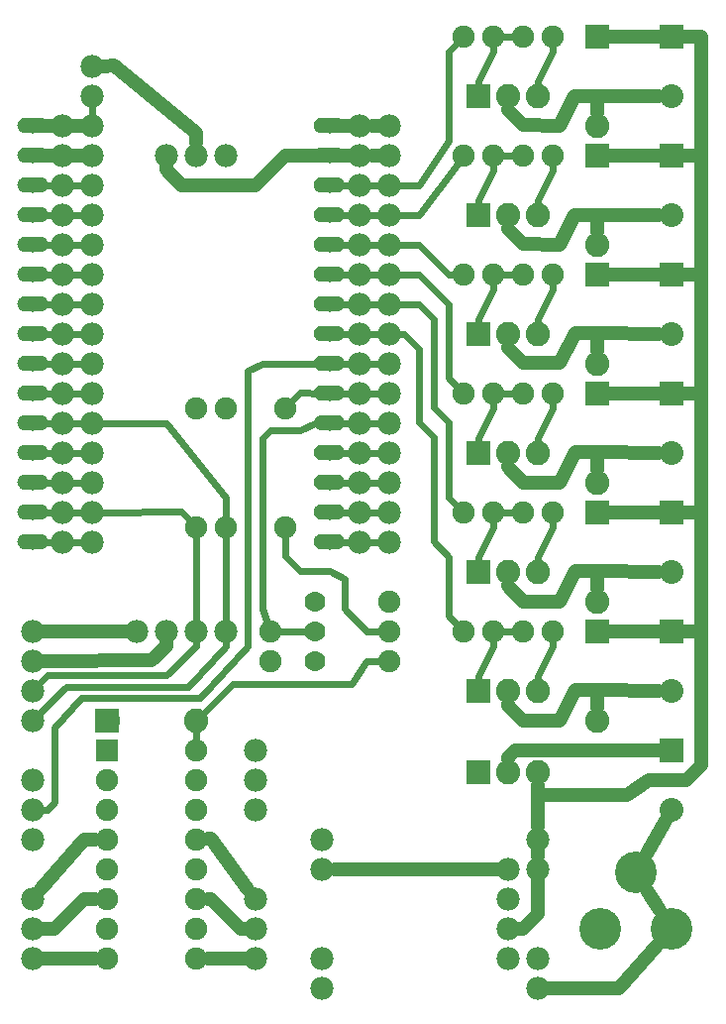
<source format=gbl>
G04 MADE WITH FRITZING*
G04 WWW.FRITZING.ORG*
G04 DOUBLE SIDED*
G04 HOLES PLATED*
G04 CONTOUR ON CENTER OF CONTOUR VECTOR*
%ASAXBY*%
%FSLAX23Y23*%
%MOIN*%
%OFA0B0*%
%SFA1.0B1.0*%
%ADD10C,0.078000*%
%ADD11C,0.075000*%
%ADD12C,0.069444*%
%ADD13C,0.082000*%
%ADD14C,0.080000*%
%ADD15C,0.052000*%
%ADD16C,0.140000*%
%ADD17R,0.082000X0.082000*%
%ADD18R,0.080000X0.080000*%
%ADD19R,0.075000X0.075000*%
%ADD20C,0.048000*%
%ADD21C,0.024000*%
%ADD22R,0.001000X0.001000*%
%LNCOPPER0*%
G90*
G70*
G54D10*
X1701Y203D03*
X1701Y303D03*
X1701Y403D03*
X1701Y503D03*
G54D11*
X751Y2053D03*
X751Y1653D03*
X651Y2053D03*
X651Y1653D03*
G54D10*
X851Y403D03*
X851Y303D03*
X851Y203D03*
X301Y3203D03*
X301Y3103D03*
X851Y903D03*
X851Y803D03*
X851Y703D03*
G54D12*
X1051Y1403D03*
X1051Y1303D03*
X1051Y1203D03*
G54D11*
X901Y1303D03*
X901Y1203D03*
X1751Y2503D03*
X1851Y2503D03*
X1551Y2503D03*
X1651Y2503D03*
X1751Y2103D03*
X1851Y2103D03*
X1551Y2103D03*
X1651Y2103D03*
X1551Y1703D03*
X1651Y1703D03*
X1751Y1703D03*
X1851Y1703D03*
X1751Y1303D03*
X1851Y1303D03*
X1551Y1303D03*
X1651Y1303D03*
G54D10*
X101Y1303D03*
X101Y1203D03*
X101Y1103D03*
X101Y1003D03*
X101Y803D03*
X101Y703D03*
X101Y603D03*
X101Y403D03*
X101Y303D03*
X101Y203D03*
X451Y1303D03*
X551Y1303D03*
X651Y1303D03*
X751Y1303D03*
X551Y2903D03*
X651Y2903D03*
X751Y2903D03*
X1076Y603D03*
X1076Y503D03*
X1076Y203D03*
X1076Y103D03*
X1801Y603D03*
X1801Y503D03*
X1801Y203D03*
X1801Y103D03*
G54D13*
X353Y1003D03*
X651Y1003D03*
G54D11*
X1551Y3303D03*
X1651Y3303D03*
X1751Y3303D03*
X1851Y3303D03*
X1751Y2903D03*
X1851Y2903D03*
G54D13*
X1601Y828D03*
X1701Y828D03*
X1801Y828D03*
X1601Y2703D03*
X1701Y2703D03*
X1801Y2703D03*
X1601Y1103D03*
X1701Y1103D03*
X1801Y1103D03*
X1601Y1503D03*
X1701Y1503D03*
X1801Y1503D03*
X1601Y1903D03*
X1701Y1903D03*
X1801Y1903D03*
X1601Y2303D03*
X1701Y2303D03*
X1801Y2303D03*
X1601Y3103D03*
X1701Y3103D03*
X1801Y3103D03*
X2001Y1301D03*
X2001Y1003D03*
X2001Y1701D03*
X2001Y1403D03*
X2001Y2101D03*
X2001Y1803D03*
X2001Y2501D03*
X2001Y2203D03*
X2001Y2901D03*
X2001Y2603D03*
X2001Y3301D03*
X2001Y3003D03*
G54D14*
X2251Y903D03*
X2251Y703D03*
X2251Y1303D03*
X2251Y1103D03*
X2251Y1703D03*
X2251Y1503D03*
X2251Y2103D03*
X2251Y1903D03*
X2251Y2503D03*
X2251Y2303D03*
X2251Y2903D03*
X2251Y2703D03*
X2251Y3303D03*
X2251Y3103D03*
G54D15*
X101Y3003D03*
X101Y2903D03*
X101Y2803D03*
X101Y2703D03*
X101Y2603D03*
X101Y2503D03*
X101Y2403D03*
X101Y2303D03*
X101Y2203D03*
X101Y2103D03*
X101Y2003D03*
X101Y1903D03*
X101Y1803D03*
X101Y1703D03*
X101Y1603D03*
X1101Y1603D03*
X1101Y1703D03*
X1101Y1803D03*
X1101Y1903D03*
X1101Y2003D03*
X1101Y2103D03*
X1101Y2203D03*
X1101Y2303D03*
X1101Y2403D03*
X1101Y2503D03*
X1101Y2603D03*
X1101Y2703D03*
X1101Y2803D03*
X1101Y2903D03*
X1101Y3003D03*
G54D16*
X2011Y303D03*
X2251Y303D03*
X2131Y493D03*
G54D11*
X351Y903D03*
X651Y903D03*
X351Y803D03*
X651Y803D03*
X351Y703D03*
X651Y703D03*
X351Y603D03*
X651Y603D03*
X351Y503D03*
X651Y503D03*
X351Y403D03*
X651Y403D03*
X351Y303D03*
X651Y303D03*
X351Y203D03*
X651Y203D03*
X1301Y1403D03*
X1301Y1303D03*
X1301Y1203D03*
X951Y2053D03*
X951Y1653D03*
G54D10*
X201Y3003D03*
X201Y2903D03*
X201Y2803D03*
X201Y2703D03*
X201Y2603D03*
X201Y2503D03*
X201Y2403D03*
X201Y2303D03*
X201Y2203D03*
X201Y2103D03*
X201Y2003D03*
X201Y1903D03*
X201Y1803D03*
X201Y1703D03*
X201Y1603D03*
X301Y3003D03*
X301Y2903D03*
X301Y2803D03*
X301Y2703D03*
X301Y2603D03*
X301Y2503D03*
X301Y2403D03*
X301Y2303D03*
X301Y2203D03*
X301Y2103D03*
X301Y2003D03*
X301Y1903D03*
X301Y1803D03*
X301Y1703D03*
X301Y1603D03*
X1301Y3003D03*
X1301Y2903D03*
X1301Y2803D03*
X1301Y2703D03*
X1301Y2603D03*
X1301Y2503D03*
X1301Y2403D03*
X1301Y2303D03*
X1301Y2203D03*
X1301Y2103D03*
X1301Y2003D03*
X1301Y1903D03*
X1301Y1803D03*
X1301Y1703D03*
X1301Y1603D03*
X1201Y3003D03*
X1201Y2903D03*
X1201Y2803D03*
X1201Y2703D03*
X1201Y2603D03*
X1201Y2503D03*
X1201Y2403D03*
X1201Y2303D03*
X1201Y2203D03*
X1201Y2103D03*
X1201Y2003D03*
X1201Y1903D03*
X1201Y1803D03*
X1201Y1703D03*
X1201Y1603D03*
G54D11*
X1551Y2903D03*
X1651Y2903D03*
G54D17*
X352Y1003D03*
X1601Y828D03*
X1601Y2703D03*
X1601Y1103D03*
X1601Y1503D03*
X1601Y1903D03*
X1601Y2303D03*
X1601Y3103D03*
X2001Y1302D03*
X2001Y1702D03*
X2001Y2102D03*
X2001Y2502D03*
X2001Y2902D03*
X2001Y3302D03*
G54D18*
X2251Y903D03*
X2251Y1303D03*
X2251Y1703D03*
X2251Y2103D03*
X2251Y2503D03*
X2251Y2903D03*
X2251Y3303D03*
G54D19*
X351Y903D03*
G54D20*
X1117Y503D02*
X1660Y503D01*
D02*
X1800Y353D02*
X1801Y462D01*
D02*
X1752Y303D02*
X1800Y353D01*
D02*
X1742Y303D02*
X1752Y303D01*
D02*
X2167Y556D02*
X2230Y667D01*
D02*
X1702Y879D02*
X1702Y871D01*
D02*
X1726Y903D02*
X1702Y879D01*
D02*
X2209Y903D02*
X1726Y903D01*
D02*
X1801Y644D02*
X1801Y753D01*
G54D21*
D02*
X1801Y1153D02*
X1851Y1253D01*
D02*
X1851Y1253D02*
X1851Y1275D01*
D02*
X1801Y1135D02*
X1801Y1153D01*
D02*
X1801Y1553D02*
X1851Y1653D01*
D02*
X1851Y1653D02*
X1851Y1675D01*
D02*
X1801Y1535D02*
X1801Y1553D01*
D02*
X1801Y1953D02*
X1851Y2053D01*
D02*
X1851Y2053D02*
X1851Y2075D01*
D02*
X1801Y1935D02*
X1801Y1953D01*
D02*
X1801Y2353D02*
X1851Y2453D01*
D02*
X1851Y2453D02*
X1851Y2475D01*
D02*
X1801Y2335D02*
X1801Y2353D01*
D02*
X1801Y2753D02*
X1851Y2853D01*
D02*
X1851Y2853D02*
X1851Y2875D01*
D02*
X1801Y2735D02*
X1801Y2753D01*
D02*
X1801Y3153D02*
X1851Y3253D01*
D02*
X1851Y3253D02*
X1851Y3275D01*
D02*
X1801Y3135D02*
X1801Y3153D01*
D02*
X1401Y2803D02*
X1501Y2953D01*
D02*
X1501Y3253D02*
X1531Y3283D01*
D02*
X1501Y2953D02*
X1501Y3253D01*
D02*
X1331Y2803D02*
X1401Y2803D01*
D02*
X1331Y2703D02*
X1401Y2703D01*
D02*
X1401Y2703D02*
X1534Y2880D01*
D02*
X1501Y2503D02*
X1522Y2503D01*
D02*
X1401Y2603D02*
X1501Y2503D01*
D02*
X1331Y2603D02*
X1401Y2603D01*
D02*
X1451Y2353D02*
X1451Y2054D01*
D02*
X1501Y1753D02*
X1531Y1723D01*
D02*
X1501Y2004D02*
X1501Y1753D01*
D02*
X1451Y2054D02*
X1501Y2004D01*
D02*
X1401Y2403D02*
X1451Y2353D01*
D02*
X1331Y2403D02*
X1401Y2403D01*
G54D20*
D02*
X2076Y101D02*
X1842Y103D01*
D02*
X2204Y249D02*
X2076Y101D01*
D02*
X2169Y432D02*
X2212Y364D01*
D02*
X2000Y1104D02*
X2209Y1103D01*
D02*
X1875Y1003D02*
X1751Y1003D01*
D02*
X1702Y1052D02*
X1702Y1060D01*
D02*
X1751Y1003D02*
X1702Y1052D01*
D02*
X1927Y1104D02*
X1875Y1003D01*
D02*
X2000Y1104D02*
X1927Y1104D01*
D02*
X2001Y1046D02*
X2000Y1104D01*
D02*
X2000Y1504D02*
X2209Y1503D01*
D02*
X1751Y1403D02*
X1702Y1454D01*
D02*
X1702Y1454D02*
X1702Y1460D01*
D02*
X1875Y1403D02*
X1751Y1403D01*
D02*
X1927Y1504D02*
X1875Y1403D01*
D02*
X2000Y1504D02*
X1927Y1504D01*
D02*
X2001Y1446D02*
X2000Y1504D01*
D02*
X2000Y1904D02*
X2209Y1903D01*
D02*
X1875Y1802D02*
X1751Y1802D01*
D02*
X1702Y1854D02*
X1702Y1860D01*
D02*
X1751Y1802D02*
X1702Y1854D01*
D02*
X1927Y1904D02*
X1875Y1802D01*
D02*
X2000Y1904D02*
X1927Y1904D01*
D02*
X2001Y1846D02*
X2000Y1904D01*
D02*
X2209Y2303D02*
X2000Y2304D01*
D02*
X1875Y2204D02*
X1751Y2204D01*
D02*
X1702Y2254D02*
X1702Y2260D01*
D02*
X1751Y2204D02*
X1702Y2254D01*
D02*
X1927Y2304D02*
X1875Y2204D01*
D02*
X2000Y2304D02*
X1927Y2304D01*
D02*
X2001Y2246D02*
X2000Y2304D01*
D02*
X2209Y2703D02*
X2000Y2703D01*
D02*
X1876Y2603D02*
X1751Y2604D01*
D02*
X1701Y2654D02*
X1701Y2660D01*
D02*
X1751Y2604D02*
X1701Y2654D01*
D02*
X1926Y2703D02*
X1876Y2603D01*
D02*
X2000Y2703D02*
X1926Y2703D01*
D02*
X2001Y2646D02*
X2000Y2703D01*
D02*
X2000Y3103D02*
X2209Y3103D01*
D02*
X1751Y3004D02*
X1701Y3054D01*
D02*
X1701Y3054D02*
X1701Y3060D01*
D02*
X1926Y3103D02*
X1876Y3003D01*
D02*
X1876Y3003D02*
X1751Y3004D01*
D02*
X2000Y3103D02*
X1926Y3103D01*
D02*
X2001Y3046D02*
X2000Y3103D01*
D02*
X2209Y1303D02*
X2044Y1302D01*
D02*
X2176Y803D02*
X2101Y753D01*
D02*
X2101Y753D02*
X1801Y753D01*
D02*
X1801Y753D02*
X1801Y785D01*
D02*
X2300Y803D02*
X2176Y803D01*
D02*
X2350Y853D02*
X2300Y803D01*
D02*
X2352Y1303D02*
X2350Y853D01*
D02*
X2293Y1303D02*
X2352Y1303D01*
D02*
X2044Y1702D02*
X2209Y1703D01*
D02*
X2352Y1303D02*
X2352Y1703D01*
D02*
X2352Y1703D02*
X2352Y2103D01*
D02*
X2293Y1703D02*
X2352Y1703D01*
D02*
X2352Y2103D02*
X2352Y2503D01*
D02*
X2044Y2102D02*
X2209Y2103D01*
D02*
X2352Y2103D02*
X2293Y2103D01*
D02*
X2044Y2502D02*
X2209Y2503D01*
D02*
X2044Y2902D02*
X2209Y2903D01*
D02*
X2352Y2503D02*
X2293Y2503D01*
D02*
X2352Y2503D02*
X2352Y2903D01*
D02*
X2209Y3303D02*
X2044Y3302D01*
D02*
X2352Y2903D02*
X2293Y2903D01*
D02*
X2352Y3302D02*
X2352Y2903D01*
D02*
X2293Y3303D02*
X2352Y3302D01*
D02*
X142Y203D02*
X311Y203D01*
D02*
X176Y303D02*
X142Y303D01*
D02*
X276Y403D02*
X176Y303D01*
D02*
X311Y403D02*
X276Y403D01*
D02*
X276Y603D02*
X128Y434D01*
D02*
X311Y603D02*
X276Y603D01*
G54D21*
D02*
X1001Y2104D02*
X971Y2074D01*
D02*
X1071Y2103D02*
X1001Y2104D01*
D02*
X601Y1704D02*
X331Y1703D01*
D02*
X631Y1674D02*
X601Y1704D01*
D02*
X551Y2003D02*
X751Y1753D01*
D02*
X751Y1753D02*
X751Y1682D01*
D02*
X331Y2003D02*
X551Y2003D01*
G54D20*
D02*
X410Y1303D02*
X142Y1303D01*
D02*
X501Y1204D02*
X142Y1203D01*
D02*
X551Y1253D02*
X501Y1204D01*
D02*
X551Y1262D02*
X551Y1253D01*
G54D21*
D02*
X650Y1253D02*
X651Y1273D01*
D02*
X150Y1154D02*
X551Y1154D01*
D02*
X551Y1154D02*
X650Y1253D01*
D02*
X122Y1125D02*
X150Y1154D01*
D02*
X752Y1253D02*
X751Y1273D01*
D02*
X625Y1116D02*
X752Y1253D01*
D02*
X213Y1116D02*
X625Y1116D01*
D02*
X122Y1025D02*
X213Y1116D01*
D02*
X876Y2203D02*
X1071Y2203D01*
D02*
X826Y2179D02*
X876Y2203D01*
D02*
X150Y703D02*
X176Y728D01*
D02*
X176Y978D02*
X263Y1079D01*
D02*
X176Y728D02*
X176Y978D01*
D02*
X263Y1079D02*
X664Y1079D01*
D02*
X826Y1253D02*
X826Y2179D01*
D02*
X664Y1079D02*
X826Y1253D01*
D02*
X131Y703D02*
X150Y703D01*
D02*
X951Y1554D02*
X951Y1625D01*
D02*
X1226Y1303D02*
X1150Y1378D01*
D02*
X1150Y1479D02*
X1100Y1504D01*
D02*
X1001Y1504D02*
X951Y1554D01*
D02*
X1100Y1504D02*
X1001Y1504D01*
D02*
X1150Y1378D02*
X1150Y1479D01*
D02*
X1272Y1303D02*
X1226Y1303D01*
G54D20*
D02*
X700Y604D02*
X826Y436D01*
D02*
X691Y604D02*
X700Y604D01*
D02*
X700Y403D02*
X801Y302D01*
D02*
X801Y303D02*
X810Y303D01*
D02*
X691Y403D02*
X700Y403D01*
D02*
X691Y203D02*
X810Y203D01*
D02*
X601Y2803D02*
X551Y2854D01*
D02*
X951Y2903D02*
X850Y2803D01*
D02*
X551Y2854D02*
X551Y2862D01*
D02*
X850Y2803D02*
X601Y2803D01*
D02*
X1060Y2903D02*
X951Y2903D01*
G54D21*
D02*
X301Y3033D02*
X301Y3073D01*
G54D20*
D02*
X376Y3204D02*
X342Y3203D01*
D02*
X650Y2978D02*
X376Y3204D01*
D02*
X651Y2944D02*
X650Y2978D01*
G54D21*
D02*
X876Y1378D02*
X892Y1330D01*
D02*
X876Y1953D02*
X876Y1378D01*
D02*
X901Y1979D02*
X876Y1953D01*
D02*
X1051Y2003D02*
X1001Y1978D01*
D02*
X1001Y1978D02*
X901Y1979D01*
D02*
X1071Y2003D02*
X1051Y2003D01*
D02*
X929Y1303D02*
X1024Y1303D01*
D02*
X776Y1127D02*
X1175Y1127D01*
D02*
X674Y1026D02*
X776Y1127D01*
D02*
X1175Y1127D02*
X1226Y1202D01*
D02*
X1226Y1202D02*
X1272Y1203D01*
D02*
X651Y932D02*
X651Y971D01*
D02*
X651Y1333D02*
X651Y1625D01*
D02*
X751Y1625D02*
X751Y1333D01*
D02*
X1601Y3153D02*
X1601Y3135D01*
D02*
X1651Y3253D02*
X1601Y3153D01*
D02*
X1651Y3275D02*
X1651Y3253D01*
D02*
X1601Y2753D02*
X1601Y2735D01*
D02*
X1651Y2853D02*
X1601Y2753D01*
D02*
X1651Y2875D02*
X1651Y2853D01*
D02*
X1722Y3303D02*
X1679Y3303D01*
D02*
X1722Y2903D02*
X1679Y2903D01*
D02*
X1651Y2453D02*
X1601Y2353D01*
D02*
X1601Y2353D02*
X1601Y2335D01*
D02*
X1651Y2475D02*
X1651Y2453D01*
D02*
X1679Y2503D02*
X1722Y2503D01*
D02*
X1601Y1953D02*
X1601Y1935D01*
D02*
X1651Y2053D02*
X1601Y1953D01*
D02*
X1651Y2075D02*
X1651Y2053D01*
D02*
X1679Y2103D02*
X1722Y2103D01*
D02*
X1601Y1553D02*
X1601Y1535D01*
D02*
X1651Y1653D02*
X1601Y1553D01*
D02*
X1651Y1675D02*
X1651Y1653D01*
D02*
X1722Y1703D02*
X1679Y1703D01*
D02*
X1601Y1153D02*
X1601Y1135D01*
D02*
X1651Y1253D02*
X1601Y1153D01*
D02*
X1651Y1275D02*
X1651Y1253D01*
D02*
X1679Y1303D02*
X1722Y1303D01*
D02*
X1501Y2154D02*
X1501Y2403D01*
D02*
X1501Y2403D02*
X1401Y2503D01*
D02*
X1401Y2503D02*
X1331Y2503D01*
D02*
X1531Y2123D02*
X1501Y2154D01*
D02*
X1351Y2303D02*
X1401Y2253D01*
D02*
X1331Y2303D02*
X1351Y2303D01*
D02*
X1451Y1604D02*
X1501Y1553D01*
D02*
X1451Y1954D02*
X1451Y1604D01*
D02*
X1401Y2004D02*
X1451Y1954D01*
D02*
X1401Y2253D02*
X1401Y2004D01*
D02*
X1501Y1354D02*
X1531Y1323D01*
D02*
X1501Y1553D02*
X1501Y1354D01*
G54D20*
D02*
X1801Y544D02*
X1801Y562D01*
D02*
X1160Y3003D02*
X1143Y3003D01*
D02*
X1160Y2903D02*
X1143Y2903D01*
G54D21*
D02*
X1171Y2803D02*
X1131Y2803D01*
D02*
X1171Y2703D02*
X1131Y2703D01*
D02*
X1171Y2603D02*
X1131Y2603D01*
D02*
X1171Y2503D02*
X1131Y2503D01*
D02*
X1171Y2403D02*
X1131Y2403D01*
D02*
X1171Y2303D02*
X1131Y2303D01*
D02*
X1171Y2203D02*
X1131Y2203D01*
D02*
X1171Y2103D02*
X1131Y2103D01*
D02*
X1171Y2003D02*
X1131Y2003D01*
D02*
X1171Y1903D02*
X1131Y1903D01*
D02*
X1171Y1803D02*
X1131Y1803D01*
D02*
X1171Y1703D02*
X1131Y1703D01*
D02*
X1171Y1603D02*
X1131Y1603D01*
D02*
X1271Y1603D02*
X1231Y1603D01*
D02*
X1271Y1703D02*
X1231Y1703D01*
D02*
X1271Y1803D02*
X1231Y1803D01*
D02*
X1271Y1903D02*
X1231Y1903D01*
D02*
X1271Y2003D02*
X1231Y2003D01*
D02*
X1271Y2103D02*
X1231Y2103D01*
D02*
X1271Y2203D02*
X1231Y2203D01*
D02*
X1271Y2303D02*
X1231Y2303D01*
D02*
X1271Y2403D02*
X1231Y2403D01*
D02*
X1271Y2503D02*
X1231Y2503D01*
D02*
X1271Y2603D02*
X1231Y2603D01*
D02*
X1271Y2703D02*
X1231Y2703D01*
D02*
X1271Y2803D02*
X1231Y2803D01*
G54D20*
D02*
X1260Y2903D02*
X1243Y2903D01*
D02*
X1260Y3003D02*
X1243Y3003D01*
D02*
X160Y3003D02*
X143Y3003D01*
D02*
X143Y2903D02*
X160Y2903D01*
G54D21*
D02*
X171Y2803D02*
X131Y2803D01*
D02*
X171Y2703D02*
X131Y2703D01*
D02*
X171Y2603D02*
X131Y2603D01*
D02*
X171Y2503D02*
X131Y2503D01*
D02*
X171Y2403D02*
X131Y2403D01*
D02*
X171Y2303D02*
X131Y2303D01*
D02*
X171Y2203D02*
X131Y2203D01*
D02*
X171Y2103D02*
X131Y2103D01*
G54D20*
D02*
X242Y3003D02*
X260Y3003D01*
G54D21*
D02*
X231Y2803D02*
X271Y2803D01*
G54D20*
D02*
X242Y2903D02*
X260Y2903D01*
G54D21*
D02*
X231Y2703D02*
X271Y2703D01*
D02*
X231Y2603D02*
X271Y2603D01*
D02*
X231Y2503D02*
X271Y2503D01*
D02*
X231Y2403D02*
X271Y2403D01*
D02*
X231Y2303D02*
X271Y2303D01*
D02*
X231Y2203D02*
X271Y2203D01*
D02*
X231Y2103D02*
X271Y2103D01*
D02*
X171Y2003D02*
X131Y2003D01*
D02*
X171Y1903D02*
X131Y1903D01*
D02*
X171Y1803D02*
X131Y1803D01*
D02*
X171Y1703D02*
X131Y1703D01*
D02*
X171Y1603D02*
X131Y1603D01*
D02*
X271Y2003D02*
X231Y2003D01*
D02*
X231Y1903D02*
X271Y1903D01*
D02*
X231Y1803D02*
X271Y1803D01*
D02*
X231Y1703D02*
X271Y1703D01*
D02*
X231Y1603D02*
X271Y1603D01*
G54D22*
X73Y3029D02*
X131Y3029D01*
X1070Y3029D02*
X1128Y3029D01*
X68Y3028D02*
X135Y3028D01*
X1066Y3028D02*
X1132Y3028D01*
X66Y3027D02*
X138Y3027D01*
X1063Y3027D02*
X1135Y3027D01*
X64Y3026D02*
X140Y3026D01*
X1061Y3026D02*
X1137Y3026D01*
X62Y3025D02*
X142Y3025D01*
X1059Y3025D02*
X1139Y3025D01*
X61Y3024D02*
X143Y3024D01*
X1058Y3024D02*
X1140Y3024D01*
X60Y3023D02*
X144Y3023D01*
X1057Y3023D02*
X1141Y3023D01*
X58Y3022D02*
X145Y3022D01*
X1056Y3022D02*
X1142Y3022D01*
X57Y3021D02*
X146Y3021D01*
X1055Y3021D02*
X1143Y3021D01*
X57Y3020D02*
X147Y3020D01*
X1054Y3020D02*
X1144Y3020D01*
X56Y3019D02*
X99Y3019D01*
X106Y3019D02*
X148Y3019D01*
X1053Y3019D02*
X1095Y3019D01*
X1103Y3019D02*
X1145Y3019D01*
X55Y3018D02*
X96Y3018D01*
X109Y3018D02*
X149Y3018D01*
X1052Y3018D02*
X1092Y3018D01*
X1106Y3018D02*
X1146Y3018D01*
X54Y3017D02*
X94Y3017D01*
X111Y3017D02*
X149Y3017D01*
X1052Y3017D02*
X1090Y3017D01*
X1108Y3017D02*
X1146Y3017D01*
X54Y3016D02*
X92Y3016D01*
X113Y3016D02*
X150Y3016D01*
X1051Y3016D02*
X1089Y3016D01*
X1109Y3016D02*
X1147Y3016D01*
X53Y3015D02*
X91Y3015D01*
X114Y3015D02*
X150Y3015D01*
X1050Y3015D02*
X1088Y3015D01*
X1110Y3015D02*
X1148Y3015D01*
X53Y3014D02*
X90Y3014D01*
X115Y3014D02*
X151Y3014D01*
X1050Y3014D02*
X1087Y3014D01*
X1111Y3014D02*
X1148Y3014D01*
X52Y3013D02*
X89Y3013D01*
X116Y3013D02*
X151Y3013D01*
X1049Y3013D02*
X1086Y3013D01*
X1112Y3013D02*
X1149Y3013D01*
X52Y3012D02*
X89Y3012D01*
X117Y3012D02*
X152Y3012D01*
X1049Y3012D02*
X1085Y3012D01*
X1113Y3012D02*
X1149Y3012D01*
X52Y3011D02*
X88Y3011D01*
X117Y3011D02*
X152Y3011D01*
X1049Y3011D02*
X1085Y3011D01*
X1113Y3011D02*
X1149Y3011D01*
X51Y3010D02*
X88Y3010D01*
X118Y3010D02*
X152Y3010D01*
X1048Y3010D02*
X1084Y3010D01*
X1114Y3010D02*
X1150Y3010D01*
X51Y3009D02*
X87Y3009D01*
X118Y3009D02*
X153Y3009D01*
X1048Y3009D02*
X1084Y3009D01*
X1114Y3009D02*
X1150Y3009D01*
X51Y3008D02*
X87Y3008D01*
X118Y3008D02*
X153Y3008D01*
X1048Y3008D02*
X1083Y3008D01*
X1115Y3008D02*
X1150Y3008D01*
X51Y3007D02*
X87Y3007D01*
X119Y3007D02*
X153Y3007D01*
X1048Y3007D02*
X1083Y3007D01*
X1115Y3007D02*
X1150Y3007D01*
X51Y3006D02*
X86Y3006D01*
X119Y3006D02*
X153Y3006D01*
X1048Y3006D02*
X1083Y3006D01*
X1115Y3006D02*
X1150Y3006D01*
X51Y3005D02*
X86Y3005D01*
X119Y3005D02*
X153Y3005D01*
X1048Y3005D02*
X1083Y3005D01*
X1115Y3005D02*
X1150Y3005D01*
X50Y3004D02*
X86Y3004D01*
X119Y3004D02*
X153Y3004D01*
X1048Y3004D02*
X1083Y3004D01*
X1115Y3004D02*
X1150Y3004D01*
X50Y3003D02*
X86Y3003D01*
X119Y3003D02*
X153Y3003D01*
X1048Y3003D02*
X1083Y3003D01*
X1115Y3003D02*
X1150Y3003D01*
X51Y3002D02*
X86Y3002D01*
X119Y3002D02*
X153Y3002D01*
X1048Y3002D02*
X1083Y3002D01*
X1115Y3002D02*
X1150Y3002D01*
X51Y3001D02*
X86Y3001D01*
X119Y3001D02*
X153Y3001D01*
X1048Y3001D02*
X1083Y3001D01*
X1115Y3001D02*
X1150Y3001D01*
X51Y3000D02*
X87Y3000D01*
X119Y3000D02*
X153Y3000D01*
X1048Y3000D02*
X1083Y3000D01*
X1115Y3000D02*
X1150Y3000D01*
X51Y2999D02*
X87Y2999D01*
X118Y2999D02*
X153Y2999D01*
X1048Y2999D02*
X1083Y2999D01*
X1115Y2999D02*
X1150Y2999D01*
X51Y2998D02*
X87Y2998D01*
X118Y2998D02*
X153Y2998D01*
X1048Y2998D02*
X1083Y2998D01*
X1114Y2998D02*
X1150Y2998D01*
X51Y2997D02*
X88Y2997D01*
X118Y2997D02*
X153Y2997D01*
X1048Y2997D02*
X1084Y2997D01*
X1114Y2997D02*
X1150Y2997D01*
X51Y2996D02*
X88Y2996D01*
X117Y2996D02*
X152Y2996D01*
X1049Y2996D02*
X1084Y2996D01*
X1114Y2996D02*
X1149Y2996D01*
X52Y2995D02*
X89Y2995D01*
X117Y2995D02*
X152Y2995D01*
X1049Y2995D02*
X1085Y2995D01*
X1113Y2995D02*
X1149Y2995D01*
X52Y2994D02*
X89Y2994D01*
X116Y2994D02*
X152Y2994D01*
X1049Y2994D02*
X1086Y2994D01*
X1112Y2994D02*
X1149Y2994D01*
X53Y2993D02*
X90Y2993D01*
X115Y2993D02*
X151Y2993D01*
X1050Y2993D02*
X1086Y2993D01*
X1112Y2993D02*
X1148Y2993D01*
X53Y2992D02*
X91Y2992D01*
X114Y2992D02*
X151Y2992D01*
X1050Y2992D02*
X1087Y2992D01*
X1111Y2992D02*
X1148Y2992D01*
X54Y2991D02*
X92Y2991D01*
X113Y2991D02*
X150Y2991D01*
X1051Y2991D02*
X1088Y2991D01*
X1109Y2991D02*
X1147Y2991D01*
X54Y2990D02*
X93Y2990D01*
X112Y2990D02*
X150Y2990D01*
X1051Y2990D02*
X1090Y2990D01*
X1108Y2990D02*
X1147Y2990D01*
X55Y2989D02*
X95Y2989D01*
X110Y2989D02*
X149Y2989D01*
X1052Y2989D02*
X1092Y2989D01*
X1106Y2989D02*
X1146Y2989D01*
X55Y2988D02*
X98Y2988D01*
X107Y2988D02*
X148Y2988D01*
X1053Y2988D02*
X1094Y2988D01*
X1104Y2988D02*
X1145Y2988D01*
X56Y2987D02*
X147Y2987D01*
X1053Y2987D02*
X1145Y2987D01*
X57Y2986D02*
X147Y2986D01*
X1054Y2986D02*
X1144Y2986D01*
X58Y2985D02*
X146Y2985D01*
X1055Y2985D02*
X1143Y2985D01*
X59Y2984D02*
X145Y2984D01*
X1056Y2984D02*
X1142Y2984D01*
X60Y2983D02*
X143Y2983D01*
X1057Y2983D02*
X1141Y2983D01*
X62Y2982D02*
X142Y2982D01*
X1059Y2982D02*
X1139Y2982D01*
X63Y2981D02*
X141Y2981D01*
X1060Y2981D02*
X1138Y2981D01*
X65Y2980D02*
X139Y2980D01*
X1062Y2980D02*
X1136Y2980D01*
X67Y2979D02*
X137Y2979D01*
X1064Y2979D02*
X1134Y2979D01*
X71Y2978D02*
X133Y2978D01*
X1068Y2978D02*
X1130Y2978D01*
X73Y2929D02*
X131Y2929D01*
X1070Y2929D02*
X1128Y2929D01*
X68Y2928D02*
X135Y2928D01*
X1065Y2928D02*
X1133Y2928D01*
X66Y2927D02*
X138Y2927D01*
X1063Y2927D02*
X1135Y2927D01*
X64Y2926D02*
X140Y2926D01*
X1061Y2926D02*
X1137Y2926D01*
X62Y2925D02*
X142Y2925D01*
X1059Y2925D02*
X1139Y2925D01*
X61Y2924D02*
X143Y2924D01*
X1058Y2924D02*
X1140Y2924D01*
X60Y2923D02*
X144Y2923D01*
X1057Y2923D02*
X1141Y2923D01*
X58Y2922D02*
X145Y2922D01*
X1056Y2922D02*
X1142Y2922D01*
X57Y2921D02*
X146Y2921D01*
X1055Y2921D02*
X1143Y2921D01*
X57Y2920D02*
X147Y2920D01*
X1054Y2920D02*
X1144Y2920D01*
X56Y2919D02*
X99Y2919D01*
X106Y2919D02*
X148Y2919D01*
X1053Y2919D02*
X1095Y2919D01*
X1103Y2919D02*
X1145Y2919D01*
X55Y2918D02*
X95Y2918D01*
X110Y2918D02*
X149Y2918D01*
X1052Y2918D02*
X1092Y2918D01*
X1106Y2918D02*
X1146Y2918D01*
X54Y2917D02*
X94Y2917D01*
X112Y2917D02*
X149Y2917D01*
X1052Y2917D02*
X1090Y2917D01*
X1108Y2917D02*
X1146Y2917D01*
X54Y2916D02*
X92Y2916D01*
X113Y2916D02*
X150Y2916D01*
X1051Y2916D02*
X1088Y2916D01*
X1109Y2916D02*
X1147Y2916D01*
X53Y2915D02*
X91Y2915D01*
X114Y2915D02*
X150Y2915D01*
X1050Y2915D02*
X1087Y2915D01*
X1111Y2915D02*
X1148Y2915D01*
X53Y2914D02*
X90Y2914D01*
X115Y2914D02*
X151Y2914D01*
X1050Y2914D02*
X1086Y2914D01*
X1112Y2914D02*
X1148Y2914D01*
X52Y2913D02*
X89Y2913D01*
X116Y2913D02*
X151Y2913D01*
X1049Y2913D02*
X1086Y2913D01*
X1112Y2913D02*
X1149Y2913D01*
X52Y2912D02*
X88Y2912D01*
X117Y2912D02*
X152Y2912D01*
X1049Y2912D02*
X1085Y2912D01*
X1113Y2912D02*
X1149Y2912D01*
X52Y2911D02*
X88Y2911D01*
X117Y2911D02*
X152Y2911D01*
X1049Y2911D02*
X1084Y2911D01*
X1114Y2911D02*
X1149Y2911D01*
X51Y2910D02*
X87Y2910D01*
X118Y2910D02*
X152Y2910D01*
X1048Y2910D02*
X1084Y2910D01*
X1114Y2910D02*
X1150Y2910D01*
X51Y2909D02*
X87Y2909D01*
X118Y2909D02*
X153Y2909D01*
X1048Y2909D02*
X1083Y2909D01*
X1115Y2909D02*
X1150Y2909D01*
X51Y2908D02*
X87Y2908D01*
X119Y2908D02*
X153Y2908D01*
X1048Y2908D02*
X1083Y2908D01*
X1115Y2908D02*
X1150Y2908D01*
X51Y2907D02*
X86Y2907D01*
X119Y2907D02*
X153Y2907D01*
X1048Y2907D02*
X1083Y2907D01*
X1115Y2907D02*
X1150Y2907D01*
X51Y2906D02*
X86Y2906D01*
X119Y2906D02*
X153Y2906D01*
X1048Y2906D02*
X1083Y2906D01*
X1115Y2906D02*
X1150Y2906D01*
X50Y2905D02*
X86Y2905D01*
X119Y2905D02*
X153Y2905D01*
X1048Y2905D02*
X1082Y2905D01*
X1116Y2905D02*
X1150Y2905D01*
X50Y2904D02*
X86Y2904D01*
X119Y2904D02*
X153Y2904D01*
X1048Y2904D02*
X1082Y2904D01*
X1116Y2904D02*
X1150Y2904D01*
X50Y2903D02*
X86Y2903D01*
X119Y2903D02*
X153Y2903D01*
X1048Y2903D02*
X1082Y2903D01*
X1116Y2903D02*
X1150Y2903D01*
X50Y2902D02*
X86Y2902D01*
X119Y2902D02*
X153Y2902D01*
X1048Y2902D02*
X1082Y2902D01*
X1116Y2902D02*
X1150Y2902D01*
X50Y2901D02*
X86Y2901D01*
X119Y2901D02*
X153Y2901D01*
X1048Y2901D02*
X1082Y2901D01*
X1115Y2901D02*
X1150Y2901D01*
X51Y2900D02*
X86Y2900D01*
X119Y2900D02*
X153Y2900D01*
X1048Y2900D02*
X1083Y2900D01*
X1115Y2900D02*
X1150Y2900D01*
X51Y2899D02*
X87Y2899D01*
X119Y2899D02*
X153Y2899D01*
X1048Y2899D02*
X1083Y2899D01*
X1115Y2899D02*
X1150Y2899D01*
X51Y2898D02*
X87Y2898D01*
X118Y2898D02*
X153Y2898D01*
X1048Y2898D02*
X1083Y2898D01*
X1115Y2898D02*
X1150Y2898D01*
X51Y2897D02*
X87Y2897D01*
X118Y2897D02*
X152Y2897D01*
X1048Y2897D02*
X1084Y2897D01*
X1114Y2897D02*
X1150Y2897D01*
X51Y2896D02*
X88Y2896D01*
X117Y2896D02*
X152Y2896D01*
X1049Y2896D02*
X1084Y2896D01*
X1114Y2896D02*
X1149Y2896D01*
X52Y2895D02*
X88Y2895D01*
X117Y2895D02*
X152Y2895D01*
X1049Y2895D02*
X1085Y2895D01*
X1113Y2895D02*
X1149Y2895D01*
X52Y2894D02*
X89Y2894D01*
X116Y2894D02*
X152Y2894D01*
X1049Y2894D02*
X1085Y2894D01*
X1113Y2894D02*
X1149Y2894D01*
X53Y2893D02*
X90Y2893D01*
X115Y2893D02*
X151Y2893D01*
X1050Y2893D02*
X1086Y2893D01*
X1112Y2893D02*
X1148Y2893D01*
X53Y2892D02*
X91Y2892D01*
X114Y2892D02*
X151Y2892D01*
X1050Y2892D02*
X1087Y2892D01*
X1111Y2892D02*
X1148Y2892D01*
X54Y2891D02*
X92Y2891D01*
X113Y2891D02*
X150Y2891D01*
X1051Y2891D02*
X1088Y2891D01*
X1110Y2891D02*
X1147Y2891D01*
X54Y2890D02*
X93Y2890D01*
X112Y2890D02*
X149Y2890D01*
X1051Y2890D02*
X1090Y2890D01*
X1108Y2890D02*
X1147Y2890D01*
X55Y2889D02*
X95Y2889D01*
X110Y2889D02*
X149Y2889D01*
X1052Y2889D02*
X1091Y2889D01*
X1107Y2889D02*
X1146Y2889D01*
X55Y2888D02*
X98Y2888D01*
X108Y2888D02*
X148Y2888D01*
X1053Y2888D02*
X1094Y2888D01*
X1104Y2888D02*
X1145Y2888D01*
X56Y2887D02*
X147Y2887D01*
X1053Y2887D02*
X1145Y2887D01*
X57Y2886D02*
X147Y2886D01*
X1054Y2886D02*
X1144Y2886D01*
X58Y2885D02*
X146Y2885D01*
X1055Y2885D02*
X1143Y2885D01*
X59Y2884D02*
X145Y2884D01*
X1056Y2884D02*
X1142Y2884D01*
X60Y2883D02*
X143Y2883D01*
X1057Y2883D02*
X1140Y2883D01*
X62Y2882D02*
X142Y2882D01*
X1059Y2882D02*
X1139Y2882D01*
X63Y2881D02*
X140Y2881D01*
X1060Y2881D02*
X1138Y2881D01*
X65Y2880D02*
X139Y2880D01*
X1062Y2880D02*
X1136Y2880D01*
X67Y2879D02*
X136Y2879D01*
X1064Y2879D02*
X1134Y2879D01*
X71Y2878D02*
X133Y2878D01*
X1068Y2878D02*
X1130Y2878D01*
X72Y2829D02*
X131Y2829D01*
X1070Y2829D02*
X1128Y2829D01*
X68Y2828D02*
X135Y2828D01*
X1065Y2828D02*
X1133Y2828D01*
X66Y2827D02*
X138Y2827D01*
X1063Y2827D02*
X1135Y2827D01*
X64Y2826D02*
X140Y2826D01*
X1061Y2826D02*
X1137Y2826D01*
X62Y2825D02*
X142Y2825D01*
X1059Y2825D02*
X1139Y2825D01*
X61Y2824D02*
X143Y2824D01*
X1058Y2824D02*
X1140Y2824D01*
X59Y2823D02*
X144Y2823D01*
X1057Y2823D02*
X1141Y2823D01*
X58Y2822D02*
X145Y2822D01*
X1055Y2822D02*
X1142Y2822D01*
X57Y2821D02*
X146Y2821D01*
X1055Y2821D02*
X1143Y2821D01*
X56Y2820D02*
X147Y2820D01*
X1054Y2820D02*
X1144Y2820D01*
X56Y2819D02*
X99Y2819D01*
X107Y2819D02*
X148Y2819D01*
X1053Y2819D02*
X1095Y2819D01*
X1103Y2819D02*
X1145Y2819D01*
X55Y2818D02*
X95Y2818D01*
X110Y2818D02*
X149Y2818D01*
X1052Y2818D02*
X1092Y2818D01*
X1106Y2818D02*
X1146Y2818D01*
X54Y2817D02*
X94Y2817D01*
X112Y2817D02*
X149Y2817D01*
X1051Y2817D02*
X1090Y2817D01*
X1108Y2817D02*
X1146Y2817D01*
X54Y2816D02*
X92Y2816D01*
X113Y2816D02*
X150Y2816D01*
X1051Y2816D02*
X1088Y2816D01*
X1109Y2816D02*
X1147Y2816D01*
X53Y2815D02*
X91Y2815D01*
X114Y2815D02*
X150Y2815D01*
X1050Y2815D02*
X1087Y2815D01*
X1111Y2815D02*
X1148Y2815D01*
X53Y2814D02*
X90Y2814D01*
X115Y2814D02*
X151Y2814D01*
X1050Y2814D02*
X1086Y2814D01*
X1112Y2814D02*
X1148Y2814D01*
X52Y2813D02*
X89Y2813D01*
X116Y2813D02*
X151Y2813D01*
X1049Y2813D02*
X1086Y2813D01*
X1112Y2813D02*
X1149Y2813D01*
X52Y2812D02*
X88Y2812D01*
X117Y2812D02*
X152Y2812D01*
X1049Y2812D02*
X1085Y2812D01*
X1113Y2812D02*
X1149Y2812D01*
X51Y2811D02*
X88Y2811D01*
X117Y2811D02*
X152Y2811D01*
X1049Y2811D02*
X1084Y2811D01*
X1114Y2811D02*
X1149Y2811D01*
X51Y2810D02*
X87Y2810D01*
X118Y2810D02*
X152Y2810D01*
X1048Y2810D02*
X1084Y2810D01*
X1114Y2810D02*
X1150Y2810D01*
X51Y2809D02*
X87Y2809D01*
X118Y2809D02*
X153Y2809D01*
X1048Y2809D02*
X1083Y2809D01*
X1115Y2809D02*
X1150Y2809D01*
X51Y2808D02*
X87Y2808D01*
X119Y2808D02*
X153Y2808D01*
X1048Y2808D02*
X1083Y2808D01*
X1115Y2808D02*
X1150Y2808D01*
X51Y2807D02*
X86Y2807D01*
X119Y2807D02*
X153Y2807D01*
X1048Y2807D02*
X1083Y2807D01*
X1115Y2807D02*
X1150Y2807D01*
X50Y2806D02*
X86Y2806D01*
X119Y2806D02*
X153Y2806D01*
X1048Y2806D02*
X1083Y2806D01*
X1115Y2806D02*
X1150Y2806D01*
X50Y2805D02*
X86Y2805D01*
X119Y2805D02*
X153Y2805D01*
X1048Y2805D02*
X1082Y2805D01*
X1116Y2805D02*
X1150Y2805D01*
X50Y2804D02*
X86Y2804D01*
X119Y2804D02*
X153Y2804D01*
X1048Y2804D02*
X1082Y2804D01*
X1116Y2804D02*
X1150Y2804D01*
X50Y2803D02*
X86Y2803D01*
X119Y2803D02*
X153Y2803D01*
X1048Y2803D02*
X1082Y2803D01*
X1116Y2803D02*
X1150Y2803D01*
X50Y2802D02*
X86Y2802D01*
X119Y2802D02*
X153Y2802D01*
X1048Y2802D02*
X1082Y2802D01*
X1116Y2802D02*
X1150Y2802D01*
X50Y2801D02*
X86Y2801D01*
X119Y2801D02*
X153Y2801D01*
X1048Y2801D02*
X1082Y2801D01*
X1115Y2801D02*
X1150Y2801D01*
X51Y2800D02*
X86Y2800D01*
X119Y2800D02*
X153Y2800D01*
X1048Y2800D02*
X1083Y2800D01*
X1115Y2800D02*
X1150Y2800D01*
X51Y2799D02*
X86Y2799D01*
X119Y2799D02*
X153Y2799D01*
X1048Y2799D02*
X1083Y2799D01*
X1115Y2799D02*
X1150Y2799D01*
X51Y2798D02*
X87Y2798D01*
X118Y2798D02*
X153Y2798D01*
X1048Y2798D02*
X1083Y2798D01*
X1115Y2798D02*
X1150Y2798D01*
X51Y2797D02*
X87Y2797D01*
X118Y2797D02*
X152Y2797D01*
X1048Y2797D02*
X1084Y2797D01*
X1114Y2797D02*
X1150Y2797D01*
X51Y2796D02*
X88Y2796D01*
X117Y2796D02*
X152Y2796D01*
X1049Y2796D02*
X1084Y2796D01*
X1114Y2796D02*
X1149Y2796D01*
X52Y2795D02*
X88Y2795D01*
X117Y2795D02*
X152Y2795D01*
X1049Y2795D02*
X1085Y2795D01*
X1113Y2795D02*
X1149Y2795D01*
X52Y2794D02*
X89Y2794D01*
X116Y2794D02*
X152Y2794D01*
X1049Y2794D02*
X1085Y2794D01*
X1113Y2794D02*
X1149Y2794D01*
X52Y2793D02*
X90Y2793D01*
X115Y2793D02*
X151Y2793D01*
X1050Y2793D02*
X1086Y2793D01*
X1112Y2793D02*
X1148Y2793D01*
X53Y2792D02*
X91Y2792D01*
X114Y2792D02*
X151Y2792D01*
X1050Y2792D02*
X1087Y2792D01*
X1111Y2792D02*
X1148Y2792D01*
X54Y2791D02*
X92Y2791D01*
X113Y2791D02*
X150Y2791D01*
X1051Y2791D02*
X1088Y2791D01*
X1110Y2791D02*
X1147Y2791D01*
X54Y2790D02*
X93Y2790D01*
X112Y2790D02*
X149Y2790D01*
X1051Y2790D02*
X1090Y2790D01*
X1108Y2790D02*
X1147Y2790D01*
X55Y2789D02*
X95Y2789D01*
X110Y2789D02*
X149Y2789D01*
X1052Y2789D02*
X1091Y2789D01*
X1107Y2789D02*
X1146Y2789D01*
X55Y2788D02*
X98Y2788D01*
X107Y2788D02*
X148Y2788D01*
X1053Y2788D02*
X1094Y2788D01*
X1104Y2788D02*
X1145Y2788D01*
X56Y2787D02*
X147Y2787D01*
X1053Y2787D02*
X1145Y2787D01*
X57Y2786D02*
X146Y2786D01*
X1054Y2786D02*
X1144Y2786D01*
X58Y2785D02*
X146Y2785D01*
X1055Y2785D02*
X1143Y2785D01*
X59Y2784D02*
X144Y2784D01*
X1056Y2784D02*
X1142Y2784D01*
X60Y2783D02*
X143Y2783D01*
X1058Y2783D02*
X1140Y2783D01*
X62Y2782D02*
X142Y2782D01*
X1059Y2782D02*
X1139Y2782D01*
X63Y2781D02*
X140Y2781D01*
X1060Y2781D02*
X1138Y2781D01*
X65Y2780D02*
X138Y2780D01*
X1062Y2780D02*
X1136Y2780D01*
X67Y2779D02*
X136Y2779D01*
X1064Y2779D02*
X1133Y2779D01*
X71Y2778D02*
X133Y2778D01*
X1068Y2778D02*
X1130Y2778D01*
X72Y2729D02*
X131Y2729D01*
X1069Y2729D02*
X1129Y2729D01*
X68Y2728D02*
X135Y2728D01*
X1065Y2728D02*
X1133Y2728D01*
X66Y2727D02*
X138Y2727D01*
X1063Y2727D02*
X1135Y2727D01*
X64Y2726D02*
X140Y2726D01*
X1061Y2726D02*
X1137Y2726D01*
X62Y2725D02*
X142Y2725D01*
X1059Y2725D02*
X1139Y2725D01*
X61Y2724D02*
X143Y2724D01*
X1058Y2724D02*
X1140Y2724D01*
X59Y2723D02*
X144Y2723D01*
X1057Y2723D02*
X1141Y2723D01*
X58Y2722D02*
X145Y2722D01*
X1055Y2722D02*
X1143Y2722D01*
X57Y2721D02*
X146Y2721D01*
X1055Y2721D02*
X1143Y2721D01*
X57Y2720D02*
X147Y2720D01*
X1054Y2720D02*
X1144Y2720D01*
X56Y2719D02*
X98Y2719D01*
X107Y2719D02*
X148Y2719D01*
X1053Y2719D02*
X1095Y2719D01*
X1103Y2719D02*
X1145Y2719D01*
X55Y2718D02*
X95Y2718D01*
X110Y2718D02*
X149Y2718D01*
X1052Y2718D02*
X1092Y2718D01*
X1106Y2718D02*
X1146Y2718D01*
X54Y2717D02*
X93Y2717D01*
X112Y2717D02*
X149Y2717D01*
X1051Y2717D02*
X1090Y2717D01*
X1108Y2717D02*
X1146Y2717D01*
X54Y2716D02*
X92Y2716D01*
X113Y2716D02*
X150Y2716D01*
X1051Y2716D02*
X1088Y2716D01*
X1109Y2716D02*
X1147Y2716D01*
X53Y2715D02*
X91Y2715D01*
X114Y2715D02*
X150Y2715D01*
X1050Y2715D02*
X1087Y2715D01*
X1111Y2715D02*
X1148Y2715D01*
X53Y2714D02*
X90Y2714D01*
X115Y2714D02*
X151Y2714D01*
X1050Y2714D02*
X1086Y2714D01*
X1112Y2714D02*
X1148Y2714D01*
X52Y2713D02*
X89Y2713D01*
X116Y2713D02*
X151Y2713D01*
X1049Y2713D02*
X1085Y2713D01*
X1112Y2713D02*
X1149Y2713D01*
X52Y2712D02*
X88Y2712D01*
X117Y2712D02*
X152Y2712D01*
X1049Y2712D02*
X1085Y2712D01*
X1113Y2712D02*
X1149Y2712D01*
X52Y2711D02*
X88Y2711D01*
X117Y2711D02*
X152Y2711D01*
X1049Y2711D02*
X1084Y2711D01*
X1114Y2711D02*
X1149Y2711D01*
X51Y2710D02*
X87Y2710D01*
X118Y2710D02*
X152Y2710D01*
X1048Y2710D02*
X1084Y2710D01*
X1114Y2710D02*
X1150Y2710D01*
X51Y2709D02*
X87Y2709D01*
X118Y2709D02*
X153Y2709D01*
X1048Y2709D02*
X1083Y2709D01*
X1115Y2709D02*
X1150Y2709D01*
X51Y2708D02*
X87Y2708D01*
X119Y2708D02*
X153Y2708D01*
X1048Y2708D02*
X1083Y2708D01*
X1115Y2708D02*
X1150Y2708D01*
X51Y2707D02*
X86Y2707D01*
X119Y2707D02*
X153Y2707D01*
X1048Y2707D02*
X1083Y2707D01*
X1115Y2707D02*
X1150Y2707D01*
X51Y2706D02*
X86Y2706D01*
X119Y2706D02*
X153Y2706D01*
X1048Y2706D02*
X1083Y2706D01*
X1115Y2706D02*
X1150Y2706D01*
X50Y2705D02*
X86Y2705D01*
X119Y2705D02*
X153Y2705D01*
X1048Y2705D02*
X1082Y2705D01*
X1116Y2705D02*
X1150Y2705D01*
X50Y2704D02*
X86Y2704D01*
X119Y2704D02*
X153Y2704D01*
X1048Y2704D02*
X1082Y2704D01*
X1116Y2704D02*
X1150Y2704D01*
X50Y2703D02*
X86Y2703D01*
X119Y2703D02*
X153Y2703D01*
X1048Y2703D02*
X1082Y2703D01*
X1116Y2703D02*
X1150Y2703D01*
X50Y2702D02*
X86Y2702D01*
X119Y2702D02*
X153Y2702D01*
X1048Y2702D02*
X1082Y2702D01*
X1116Y2702D02*
X1150Y2702D01*
X50Y2701D02*
X86Y2701D01*
X119Y2701D02*
X153Y2701D01*
X1048Y2701D02*
X1082Y2701D01*
X1115Y2701D02*
X1150Y2701D01*
X51Y2700D02*
X86Y2700D01*
X119Y2700D02*
X153Y2700D01*
X1048Y2700D02*
X1083Y2700D01*
X1115Y2700D02*
X1150Y2700D01*
X51Y2699D02*
X87Y2699D01*
X119Y2699D02*
X153Y2699D01*
X1048Y2699D02*
X1083Y2699D01*
X1115Y2699D02*
X1150Y2699D01*
X51Y2698D02*
X87Y2698D01*
X118Y2698D02*
X153Y2698D01*
X1048Y2698D02*
X1083Y2698D01*
X1115Y2698D02*
X1150Y2698D01*
X51Y2697D02*
X87Y2697D01*
X118Y2697D02*
X152Y2697D01*
X1048Y2697D02*
X1084Y2697D01*
X1114Y2697D02*
X1150Y2697D01*
X51Y2696D02*
X88Y2696D01*
X117Y2696D02*
X152Y2696D01*
X1049Y2696D02*
X1084Y2696D01*
X1114Y2696D02*
X1149Y2696D01*
X52Y2695D02*
X88Y2695D01*
X117Y2695D02*
X152Y2695D01*
X1049Y2695D02*
X1085Y2695D01*
X1113Y2695D02*
X1149Y2695D01*
X52Y2694D02*
X89Y2694D01*
X116Y2694D02*
X151Y2694D01*
X1049Y2694D02*
X1085Y2694D01*
X1113Y2694D02*
X1149Y2694D01*
X53Y2693D02*
X90Y2693D01*
X115Y2693D02*
X151Y2693D01*
X1050Y2693D02*
X1086Y2693D01*
X1112Y2693D02*
X1148Y2693D01*
X53Y2692D02*
X91Y2692D01*
X114Y2692D02*
X151Y2692D01*
X1050Y2692D02*
X1087Y2692D01*
X1111Y2692D02*
X1148Y2692D01*
X54Y2691D02*
X92Y2691D01*
X113Y2691D02*
X150Y2691D01*
X1051Y2691D02*
X1088Y2691D01*
X1110Y2691D02*
X1147Y2691D01*
X54Y2690D02*
X93Y2690D01*
X112Y2690D02*
X149Y2690D01*
X1051Y2690D02*
X1090Y2690D01*
X1108Y2690D02*
X1147Y2690D01*
X55Y2689D02*
X95Y2689D01*
X110Y2689D02*
X149Y2689D01*
X1052Y2689D02*
X1091Y2689D01*
X1106Y2689D02*
X1146Y2689D01*
X55Y2688D02*
X98Y2688D01*
X107Y2688D02*
X148Y2688D01*
X1053Y2688D02*
X1094Y2688D01*
X1104Y2688D02*
X1145Y2688D01*
X56Y2687D02*
X147Y2687D01*
X1053Y2687D02*
X1144Y2687D01*
X57Y2686D02*
X146Y2686D01*
X1054Y2686D02*
X1144Y2686D01*
X58Y2685D02*
X146Y2685D01*
X1055Y2685D02*
X1143Y2685D01*
X59Y2684D02*
X144Y2684D01*
X1056Y2684D02*
X1142Y2684D01*
X60Y2683D02*
X143Y2683D01*
X1058Y2683D02*
X1140Y2683D01*
X62Y2682D02*
X142Y2682D01*
X1059Y2682D02*
X1139Y2682D01*
X63Y2681D02*
X140Y2681D01*
X1060Y2681D02*
X1137Y2681D01*
X65Y2680D02*
X138Y2680D01*
X1062Y2680D02*
X1136Y2680D01*
X67Y2679D02*
X136Y2679D01*
X1065Y2679D02*
X1133Y2679D01*
X71Y2678D02*
X133Y2678D01*
X1068Y2678D02*
X1130Y2678D01*
X72Y2629D02*
X132Y2629D01*
X1069Y2629D02*
X1129Y2629D01*
X68Y2628D02*
X136Y2628D01*
X1065Y2628D02*
X1133Y2628D01*
X66Y2627D02*
X138Y2627D01*
X1063Y2627D02*
X1135Y2627D01*
X64Y2626D02*
X140Y2626D01*
X1061Y2626D02*
X1137Y2626D01*
X62Y2625D02*
X142Y2625D01*
X1059Y2625D02*
X1139Y2625D01*
X61Y2624D02*
X143Y2624D01*
X1058Y2624D02*
X1140Y2624D01*
X59Y2623D02*
X144Y2623D01*
X1057Y2623D02*
X1141Y2623D01*
X58Y2622D02*
X145Y2622D01*
X1055Y2622D02*
X1143Y2622D01*
X57Y2621D02*
X146Y2621D01*
X1055Y2621D02*
X1143Y2621D01*
X56Y2620D02*
X147Y2620D01*
X1054Y2620D02*
X1144Y2620D01*
X56Y2619D02*
X98Y2619D01*
X107Y2619D02*
X148Y2619D01*
X1053Y2619D02*
X1095Y2619D01*
X1103Y2619D02*
X1145Y2619D01*
X55Y2618D02*
X95Y2618D01*
X110Y2618D02*
X149Y2618D01*
X1052Y2618D02*
X1092Y2618D01*
X1106Y2618D02*
X1146Y2618D01*
X54Y2617D02*
X94Y2617D01*
X111Y2617D02*
X149Y2617D01*
X1051Y2617D02*
X1090Y2617D01*
X1108Y2617D02*
X1146Y2617D01*
X54Y2616D02*
X92Y2616D01*
X113Y2616D02*
X150Y2616D01*
X1051Y2616D02*
X1089Y2616D01*
X1109Y2616D02*
X1147Y2616D01*
X53Y2615D02*
X91Y2615D01*
X114Y2615D02*
X150Y2615D01*
X1050Y2615D02*
X1087Y2615D01*
X1110Y2615D02*
X1148Y2615D01*
X53Y2614D02*
X90Y2614D01*
X115Y2614D02*
X151Y2614D01*
X1050Y2614D02*
X1087Y2614D01*
X1111Y2614D02*
X1148Y2614D01*
X52Y2613D02*
X89Y2613D01*
X116Y2613D02*
X151Y2613D01*
X1049Y2613D02*
X1086Y2613D01*
X1112Y2613D02*
X1149Y2613D01*
X52Y2612D02*
X89Y2612D01*
X117Y2612D02*
X152Y2612D01*
X1049Y2612D02*
X1085Y2612D01*
X1113Y2612D02*
X1149Y2612D01*
X51Y2611D02*
X88Y2611D01*
X117Y2611D02*
X152Y2611D01*
X1049Y2611D02*
X1084Y2611D01*
X1113Y2611D02*
X1149Y2611D01*
X51Y2610D02*
X87Y2610D01*
X118Y2610D02*
X152Y2610D01*
X1048Y2610D02*
X1084Y2610D01*
X1114Y2610D02*
X1150Y2610D01*
X51Y2609D02*
X87Y2609D01*
X118Y2609D02*
X153Y2609D01*
X1048Y2609D02*
X1084Y2609D01*
X1114Y2609D02*
X1150Y2609D01*
X51Y2608D02*
X87Y2608D01*
X118Y2608D02*
X153Y2608D01*
X1048Y2608D02*
X1083Y2608D01*
X1115Y2608D02*
X1150Y2608D01*
X51Y2607D02*
X86Y2607D01*
X119Y2607D02*
X153Y2607D01*
X1048Y2607D02*
X1083Y2607D01*
X1115Y2607D02*
X1150Y2607D01*
X50Y2606D02*
X86Y2606D01*
X119Y2606D02*
X153Y2606D01*
X1048Y2606D02*
X1083Y2606D01*
X1115Y2606D02*
X1150Y2606D01*
X50Y2605D02*
X86Y2605D01*
X119Y2605D02*
X153Y2605D01*
X1048Y2605D02*
X1083Y2605D01*
X1115Y2605D02*
X1150Y2605D01*
X50Y2604D02*
X86Y2604D01*
X119Y2604D02*
X153Y2604D01*
X1048Y2604D02*
X1083Y2604D01*
X1115Y2604D02*
X1150Y2604D01*
X50Y2603D02*
X86Y2603D01*
X119Y2603D02*
X153Y2603D01*
X1048Y2603D02*
X1083Y2603D01*
X1115Y2603D02*
X1150Y2603D01*
X50Y2602D02*
X86Y2602D01*
X119Y2602D02*
X153Y2602D01*
X1048Y2602D02*
X1083Y2602D01*
X1115Y2602D02*
X1150Y2602D01*
X50Y2601D02*
X86Y2601D01*
X119Y2601D02*
X153Y2601D01*
X1048Y2601D02*
X1083Y2601D01*
X1115Y2601D02*
X1150Y2601D01*
X51Y2600D02*
X86Y2600D01*
X119Y2600D02*
X153Y2600D01*
X1048Y2600D02*
X1083Y2600D01*
X1115Y2600D02*
X1150Y2600D01*
X51Y2599D02*
X87Y2599D01*
X118Y2599D02*
X153Y2599D01*
X1048Y2599D02*
X1083Y2599D01*
X1115Y2599D02*
X1150Y2599D01*
X51Y2598D02*
X87Y2598D01*
X118Y2598D02*
X153Y2598D01*
X1048Y2598D02*
X1083Y2598D01*
X1114Y2598D02*
X1150Y2598D01*
X51Y2597D02*
X87Y2597D01*
X118Y2597D02*
X152Y2597D01*
X1048Y2597D02*
X1084Y2597D01*
X1114Y2597D02*
X1150Y2597D01*
X51Y2596D02*
X88Y2596D01*
X117Y2596D02*
X152Y2596D01*
X1049Y2596D02*
X1084Y2596D01*
X1114Y2596D02*
X1149Y2596D01*
X52Y2595D02*
X89Y2595D01*
X117Y2595D02*
X152Y2595D01*
X1049Y2595D02*
X1085Y2595D01*
X1113Y2595D02*
X1149Y2595D01*
X52Y2594D02*
X89Y2594D01*
X116Y2594D02*
X151Y2594D01*
X1049Y2594D02*
X1086Y2594D01*
X1112Y2594D02*
X1149Y2594D01*
X52Y2593D02*
X90Y2593D01*
X115Y2593D02*
X151Y2593D01*
X1050Y2593D02*
X1086Y2593D01*
X1111Y2593D02*
X1148Y2593D01*
X53Y2592D02*
X91Y2592D01*
X114Y2592D02*
X151Y2592D01*
X1050Y2592D02*
X1087Y2592D01*
X1111Y2592D02*
X1148Y2592D01*
X54Y2591D02*
X92Y2591D01*
X113Y2591D02*
X150Y2591D01*
X1051Y2591D02*
X1089Y2591D01*
X1109Y2591D02*
X1147Y2591D01*
X54Y2590D02*
X93Y2590D01*
X112Y2590D02*
X149Y2590D01*
X1051Y2590D02*
X1090Y2590D01*
X1108Y2590D02*
X1147Y2590D01*
X55Y2589D02*
X95Y2589D01*
X110Y2589D02*
X149Y2589D01*
X1052Y2589D02*
X1092Y2589D01*
X1106Y2589D02*
X1146Y2589D01*
X55Y2588D02*
X98Y2588D01*
X107Y2588D02*
X148Y2588D01*
X1053Y2588D02*
X1095Y2588D01*
X1103Y2588D02*
X1145Y2588D01*
X56Y2587D02*
X147Y2587D01*
X1053Y2587D02*
X1144Y2587D01*
X57Y2586D02*
X146Y2586D01*
X1054Y2586D02*
X1144Y2586D01*
X58Y2585D02*
X146Y2585D01*
X1055Y2585D02*
X1143Y2585D01*
X59Y2584D02*
X144Y2584D01*
X1056Y2584D02*
X1142Y2584D01*
X60Y2583D02*
X143Y2583D01*
X1058Y2583D02*
X1140Y2583D01*
X62Y2582D02*
X142Y2582D01*
X1059Y2582D02*
X1139Y2582D01*
X63Y2581D02*
X140Y2581D01*
X1061Y2581D02*
X1137Y2581D01*
X65Y2580D02*
X138Y2580D01*
X1062Y2580D02*
X1136Y2580D01*
X67Y2579D02*
X136Y2579D01*
X1065Y2579D02*
X1133Y2579D01*
X71Y2578D02*
X133Y2578D01*
X1068Y2578D02*
X1130Y2578D01*
X72Y2529D02*
X132Y2529D01*
X1069Y2529D02*
X1129Y2529D01*
X68Y2528D02*
X136Y2528D01*
X1065Y2528D02*
X1133Y2528D01*
X66Y2527D02*
X138Y2527D01*
X1063Y2527D02*
X1135Y2527D01*
X64Y2526D02*
X140Y2526D01*
X1061Y2526D02*
X1137Y2526D01*
X62Y2525D02*
X142Y2525D01*
X1059Y2525D02*
X1139Y2525D01*
X61Y2524D02*
X143Y2524D01*
X1058Y2524D02*
X1140Y2524D01*
X59Y2523D02*
X144Y2523D01*
X1057Y2523D02*
X1141Y2523D01*
X58Y2522D02*
X145Y2522D01*
X1055Y2522D02*
X1143Y2522D01*
X57Y2521D02*
X146Y2521D01*
X1054Y2521D02*
X1143Y2521D01*
X56Y2520D02*
X147Y2520D01*
X1054Y2520D02*
X1144Y2520D01*
X56Y2519D02*
X98Y2519D01*
X107Y2519D02*
X148Y2519D01*
X1053Y2519D02*
X1095Y2519D01*
X1103Y2519D02*
X1145Y2519D01*
X55Y2518D02*
X95Y2518D01*
X110Y2518D02*
X149Y2518D01*
X1052Y2518D02*
X1092Y2518D01*
X1106Y2518D02*
X1146Y2518D01*
X54Y2517D02*
X94Y2517D01*
X112Y2517D02*
X149Y2517D01*
X1051Y2517D02*
X1090Y2517D01*
X1108Y2517D02*
X1147Y2517D01*
X54Y2516D02*
X92Y2516D01*
X113Y2516D02*
X150Y2516D01*
X1051Y2516D02*
X1089Y2516D01*
X1109Y2516D02*
X1147Y2516D01*
X53Y2515D02*
X91Y2515D01*
X114Y2515D02*
X150Y2515D01*
X1050Y2515D02*
X1087Y2515D01*
X1110Y2515D02*
X1148Y2515D01*
X53Y2514D02*
X90Y2514D01*
X115Y2514D02*
X151Y2514D01*
X1050Y2514D02*
X1086Y2514D01*
X1111Y2514D02*
X1148Y2514D01*
X52Y2513D02*
X89Y2513D01*
X116Y2513D02*
X151Y2513D01*
X1049Y2513D02*
X1086Y2513D01*
X1112Y2513D02*
X1149Y2513D01*
X52Y2512D02*
X89Y2512D01*
X117Y2512D02*
X152Y2512D01*
X1049Y2512D02*
X1085Y2512D01*
X1113Y2512D02*
X1149Y2512D01*
X51Y2511D02*
X88Y2511D01*
X117Y2511D02*
X152Y2511D01*
X1049Y2511D02*
X1084Y2511D01*
X1113Y2511D02*
X1149Y2511D01*
X51Y2510D02*
X88Y2510D01*
X118Y2510D02*
X152Y2510D01*
X1048Y2510D02*
X1084Y2510D01*
X1114Y2510D02*
X1150Y2510D01*
X51Y2509D02*
X87Y2509D01*
X118Y2509D02*
X153Y2509D01*
X1048Y2509D02*
X1084Y2509D01*
X1114Y2509D02*
X1150Y2509D01*
X51Y2508D02*
X87Y2508D01*
X118Y2508D02*
X153Y2508D01*
X1048Y2508D02*
X1083Y2508D01*
X1115Y2508D02*
X1150Y2508D01*
X51Y2507D02*
X87Y2507D01*
X119Y2507D02*
X153Y2507D01*
X1048Y2507D02*
X1083Y2507D01*
X1115Y2507D02*
X1150Y2507D01*
X51Y2506D02*
X86Y2506D01*
X119Y2506D02*
X153Y2506D01*
X1048Y2506D02*
X1083Y2506D01*
X1115Y2506D02*
X1150Y2506D01*
X50Y2505D02*
X86Y2505D01*
X119Y2505D02*
X153Y2505D01*
X1048Y2505D02*
X1083Y2505D01*
X1115Y2505D02*
X1150Y2505D01*
X50Y2504D02*
X86Y2504D01*
X119Y2504D02*
X153Y2504D01*
X1048Y2504D02*
X1083Y2504D01*
X1115Y2504D02*
X1150Y2504D01*
X50Y2503D02*
X86Y2503D01*
X119Y2503D02*
X153Y2503D01*
X1048Y2503D02*
X1083Y2503D01*
X1115Y2503D02*
X1150Y2503D01*
X50Y2502D02*
X86Y2502D01*
X119Y2502D02*
X153Y2502D01*
X1048Y2502D02*
X1083Y2502D01*
X1115Y2502D02*
X1150Y2502D01*
X50Y2501D02*
X86Y2501D01*
X119Y2501D02*
X153Y2501D01*
X1048Y2501D02*
X1083Y2501D01*
X1115Y2501D02*
X1150Y2501D01*
X51Y2500D02*
X86Y2500D01*
X119Y2500D02*
X153Y2500D01*
X1048Y2500D02*
X1083Y2500D01*
X1115Y2500D02*
X1150Y2500D01*
X51Y2499D02*
X87Y2499D01*
X118Y2499D02*
X153Y2499D01*
X1048Y2499D02*
X1083Y2499D01*
X1115Y2499D02*
X1150Y2499D01*
X51Y2498D02*
X87Y2498D01*
X118Y2498D02*
X153Y2498D01*
X1048Y2498D02*
X1083Y2498D01*
X1114Y2498D02*
X1150Y2498D01*
X51Y2497D02*
X87Y2497D01*
X118Y2497D02*
X152Y2497D01*
X1048Y2497D02*
X1084Y2497D01*
X1114Y2497D02*
X1150Y2497D01*
X51Y2496D02*
X88Y2496D01*
X117Y2496D02*
X152Y2496D01*
X1049Y2496D02*
X1084Y2496D01*
X1114Y2496D02*
X1149Y2496D01*
X52Y2495D02*
X89Y2495D01*
X117Y2495D02*
X152Y2495D01*
X1049Y2495D02*
X1085Y2495D01*
X1113Y2495D02*
X1149Y2495D01*
X52Y2494D02*
X89Y2494D01*
X116Y2494D02*
X151Y2494D01*
X1049Y2494D02*
X1086Y2494D01*
X1112Y2494D02*
X1149Y2494D01*
X53Y2493D02*
X90Y2493D01*
X115Y2493D02*
X151Y2493D01*
X1050Y2493D02*
X1086Y2493D01*
X1111Y2493D02*
X1148Y2493D01*
X53Y2492D02*
X91Y2492D01*
X114Y2492D02*
X151Y2492D01*
X1050Y2492D02*
X1087Y2492D01*
X1111Y2492D02*
X1148Y2492D01*
X54Y2491D02*
X92Y2491D01*
X113Y2491D02*
X150Y2491D01*
X1051Y2491D02*
X1089Y2491D01*
X1109Y2491D02*
X1147Y2491D01*
X54Y2490D02*
X94Y2490D01*
X112Y2490D02*
X149Y2490D01*
X1051Y2490D02*
X1090Y2490D01*
X1108Y2490D02*
X1147Y2490D01*
X55Y2489D02*
X95Y2489D01*
X110Y2489D02*
X149Y2489D01*
X1052Y2489D02*
X1092Y2489D01*
X1106Y2489D02*
X1146Y2489D01*
X56Y2488D02*
X98Y2488D01*
X107Y2488D02*
X148Y2488D01*
X1053Y2488D02*
X1095Y2488D01*
X1103Y2488D02*
X1145Y2488D01*
X56Y2487D02*
X147Y2487D01*
X1054Y2487D02*
X1144Y2487D01*
X57Y2486D02*
X146Y2486D01*
X1054Y2486D02*
X1144Y2486D01*
X58Y2485D02*
X146Y2485D01*
X1055Y2485D02*
X1143Y2485D01*
X59Y2484D02*
X144Y2484D01*
X1056Y2484D02*
X1142Y2484D01*
X60Y2483D02*
X143Y2483D01*
X1058Y2483D02*
X1140Y2483D01*
X62Y2482D02*
X142Y2482D01*
X1059Y2482D02*
X1139Y2482D01*
X63Y2481D02*
X140Y2481D01*
X1061Y2481D02*
X1137Y2481D01*
X65Y2480D02*
X138Y2480D01*
X1062Y2480D02*
X1136Y2480D01*
X68Y2479D02*
X136Y2479D01*
X1065Y2479D02*
X1133Y2479D01*
X71Y2478D02*
X133Y2478D01*
X1068Y2478D02*
X1130Y2478D01*
X72Y2429D02*
X132Y2429D01*
X1069Y2429D02*
X1129Y2429D01*
X68Y2428D02*
X136Y2428D01*
X1065Y2428D02*
X1133Y2428D01*
X65Y2427D02*
X138Y2427D01*
X1063Y2427D02*
X1135Y2427D01*
X64Y2426D02*
X140Y2426D01*
X1061Y2426D02*
X1137Y2426D01*
X62Y2425D02*
X142Y2425D01*
X1059Y2425D02*
X1139Y2425D01*
X61Y2424D02*
X143Y2424D01*
X1058Y2424D02*
X1140Y2424D01*
X59Y2423D02*
X144Y2423D01*
X1057Y2423D02*
X1141Y2423D01*
X58Y2422D02*
X145Y2422D01*
X1055Y2422D02*
X1143Y2422D01*
X57Y2421D02*
X146Y2421D01*
X1054Y2421D02*
X1144Y2421D01*
X56Y2420D02*
X147Y2420D01*
X1054Y2420D02*
X1144Y2420D01*
X56Y2419D02*
X98Y2419D01*
X107Y2419D02*
X148Y2419D01*
X1053Y2419D02*
X1094Y2419D01*
X1104Y2419D02*
X1145Y2419D01*
X55Y2418D02*
X95Y2418D01*
X110Y2418D02*
X149Y2418D01*
X1052Y2418D02*
X1092Y2418D01*
X1106Y2418D02*
X1146Y2418D01*
X54Y2417D02*
X94Y2417D01*
X112Y2417D02*
X149Y2417D01*
X1051Y2417D02*
X1090Y2417D01*
X1108Y2417D02*
X1147Y2417D01*
X54Y2416D02*
X92Y2416D01*
X113Y2416D02*
X150Y2416D01*
X1051Y2416D02*
X1088Y2416D01*
X1110Y2416D02*
X1147Y2416D01*
X53Y2415D02*
X91Y2415D01*
X114Y2415D02*
X150Y2415D01*
X1050Y2415D02*
X1087Y2415D01*
X1111Y2415D02*
X1148Y2415D01*
X53Y2414D02*
X90Y2414D01*
X115Y2414D02*
X151Y2414D01*
X1050Y2414D02*
X1086Y2414D01*
X1112Y2414D02*
X1148Y2414D01*
X52Y2413D02*
X89Y2413D01*
X116Y2413D02*
X151Y2413D01*
X1049Y2413D02*
X1085Y2413D01*
X1113Y2413D02*
X1149Y2413D01*
X52Y2412D02*
X89Y2412D01*
X117Y2412D02*
X152Y2412D01*
X1049Y2412D02*
X1085Y2412D01*
X1113Y2412D02*
X1149Y2412D01*
X51Y2411D02*
X88Y2411D01*
X117Y2411D02*
X152Y2411D01*
X1049Y2411D02*
X1084Y2411D01*
X1114Y2411D02*
X1149Y2411D01*
X51Y2410D02*
X87Y2410D01*
X118Y2410D02*
X152Y2410D01*
X1048Y2410D02*
X1084Y2410D01*
X1114Y2410D02*
X1150Y2410D01*
X51Y2409D02*
X87Y2409D01*
X118Y2409D02*
X153Y2409D01*
X1048Y2409D02*
X1083Y2409D01*
X1115Y2409D02*
X1150Y2409D01*
X51Y2408D02*
X87Y2408D01*
X118Y2408D02*
X153Y2408D01*
X1048Y2408D02*
X1083Y2408D01*
X1115Y2408D02*
X1150Y2408D01*
X51Y2407D02*
X87Y2407D01*
X119Y2407D02*
X153Y2407D01*
X1048Y2407D02*
X1083Y2407D01*
X1115Y2407D02*
X1150Y2407D01*
X50Y2406D02*
X86Y2406D01*
X119Y2406D02*
X153Y2406D01*
X1048Y2406D02*
X1082Y2406D01*
X1115Y2406D02*
X1150Y2406D01*
X50Y2405D02*
X86Y2405D01*
X119Y2405D02*
X153Y2405D01*
X1048Y2405D02*
X1082Y2405D01*
X1116Y2405D02*
X1150Y2405D01*
X50Y2404D02*
X86Y2404D01*
X119Y2404D02*
X153Y2404D01*
X1048Y2404D02*
X1082Y2404D01*
X1116Y2404D02*
X1150Y2404D01*
X50Y2403D02*
X86Y2403D01*
X119Y2403D02*
X153Y2403D01*
X1048Y2403D02*
X1082Y2403D01*
X1116Y2403D02*
X1150Y2403D01*
X50Y2402D02*
X86Y2402D01*
X119Y2402D02*
X153Y2402D01*
X1048Y2402D02*
X1082Y2402D01*
X1116Y2402D02*
X1150Y2402D01*
X50Y2401D02*
X86Y2401D01*
X119Y2401D02*
X153Y2401D01*
X1048Y2401D02*
X1082Y2401D01*
X1115Y2401D02*
X1150Y2401D01*
X51Y2400D02*
X87Y2400D01*
X119Y2400D02*
X153Y2400D01*
X1048Y2400D02*
X1083Y2400D01*
X1115Y2400D02*
X1150Y2400D01*
X51Y2399D02*
X87Y2399D01*
X118Y2399D02*
X153Y2399D01*
X1048Y2399D02*
X1083Y2399D01*
X1115Y2399D02*
X1150Y2399D01*
X51Y2398D02*
X87Y2398D01*
X118Y2398D02*
X153Y2398D01*
X1048Y2398D02*
X1083Y2398D01*
X1115Y2398D02*
X1150Y2398D01*
X51Y2397D02*
X88Y2397D01*
X118Y2397D02*
X152Y2397D01*
X1048Y2397D02*
X1084Y2397D01*
X1114Y2397D02*
X1150Y2397D01*
X51Y2396D02*
X88Y2396D01*
X117Y2396D02*
X152Y2396D01*
X1049Y2396D02*
X1084Y2396D01*
X1114Y2396D02*
X1149Y2396D01*
X52Y2395D02*
X89Y2395D01*
X117Y2395D02*
X152Y2395D01*
X1049Y2395D02*
X1085Y2395D01*
X1113Y2395D02*
X1149Y2395D01*
X52Y2394D02*
X89Y2394D01*
X116Y2394D02*
X151Y2394D01*
X1049Y2394D02*
X1085Y2394D01*
X1113Y2394D02*
X1149Y2394D01*
X53Y2393D02*
X90Y2393D01*
X115Y2393D02*
X151Y2393D01*
X1050Y2393D02*
X1086Y2393D01*
X1112Y2393D02*
X1148Y2393D01*
X53Y2392D02*
X91Y2392D01*
X114Y2392D02*
X150Y2392D01*
X1050Y2392D02*
X1087Y2392D01*
X1111Y2392D02*
X1148Y2392D01*
X54Y2391D02*
X92Y2391D01*
X113Y2391D02*
X150Y2391D01*
X1051Y2391D02*
X1088Y2391D01*
X1110Y2391D02*
X1147Y2391D01*
X54Y2390D02*
X94Y2390D01*
X112Y2390D02*
X149Y2390D01*
X1051Y2390D02*
X1090Y2390D01*
X1108Y2390D02*
X1147Y2390D01*
X55Y2389D02*
X95Y2389D01*
X110Y2389D02*
X149Y2389D01*
X1052Y2389D02*
X1092Y2389D01*
X1106Y2389D02*
X1146Y2389D01*
X56Y2388D02*
X98Y2388D01*
X107Y2388D02*
X148Y2388D01*
X1053Y2388D02*
X1094Y2388D01*
X1103Y2388D02*
X1145Y2388D01*
X56Y2387D02*
X147Y2387D01*
X1054Y2387D02*
X1144Y2387D01*
X57Y2386D02*
X146Y2386D01*
X1054Y2386D02*
X1144Y2386D01*
X58Y2385D02*
X146Y2385D01*
X1055Y2385D02*
X1143Y2385D01*
X59Y2384D02*
X144Y2384D01*
X1056Y2384D02*
X1142Y2384D01*
X60Y2383D02*
X143Y2383D01*
X1058Y2383D02*
X1140Y2383D01*
X62Y2382D02*
X142Y2382D01*
X1059Y2382D02*
X1139Y2382D01*
X63Y2381D02*
X140Y2381D01*
X1061Y2381D02*
X1137Y2381D01*
X65Y2380D02*
X138Y2380D01*
X1062Y2380D02*
X1135Y2380D01*
X68Y2379D02*
X136Y2379D01*
X1065Y2379D02*
X1133Y2379D01*
X71Y2378D02*
X132Y2378D01*
X1068Y2378D02*
X1130Y2378D01*
X72Y2329D02*
X132Y2329D01*
X1069Y2329D02*
X1129Y2329D01*
X68Y2328D02*
X136Y2328D01*
X1065Y2328D02*
X1133Y2328D01*
X65Y2327D02*
X138Y2327D01*
X1063Y2327D02*
X1135Y2327D01*
X64Y2326D02*
X140Y2326D01*
X1061Y2326D02*
X1137Y2326D01*
X62Y2325D02*
X142Y2325D01*
X1059Y2325D02*
X1139Y2325D01*
X61Y2324D02*
X143Y2324D01*
X1058Y2324D02*
X1140Y2324D01*
X59Y2323D02*
X144Y2323D01*
X1057Y2323D02*
X1141Y2323D01*
X58Y2322D02*
X145Y2322D01*
X1055Y2322D02*
X1143Y2322D01*
X57Y2321D02*
X146Y2321D01*
X1054Y2321D02*
X1144Y2321D01*
X56Y2320D02*
X147Y2320D01*
X1054Y2320D02*
X1144Y2320D01*
X56Y2319D02*
X98Y2319D01*
X107Y2319D02*
X148Y2319D01*
X1053Y2319D02*
X1094Y2319D01*
X1103Y2319D02*
X1145Y2319D01*
X55Y2318D02*
X95Y2318D01*
X110Y2318D02*
X149Y2318D01*
X1052Y2318D02*
X1092Y2318D01*
X1106Y2318D02*
X1146Y2318D01*
X54Y2317D02*
X93Y2317D01*
X112Y2317D02*
X149Y2317D01*
X1051Y2317D02*
X1090Y2317D01*
X1108Y2317D02*
X1147Y2317D01*
X54Y2316D02*
X92Y2316D01*
X113Y2316D02*
X150Y2316D01*
X1051Y2316D02*
X1088Y2316D01*
X1109Y2316D02*
X1147Y2316D01*
X53Y2315D02*
X91Y2315D01*
X114Y2315D02*
X150Y2315D01*
X1050Y2315D02*
X1087Y2315D01*
X1111Y2315D02*
X1148Y2315D01*
X53Y2314D02*
X90Y2314D01*
X115Y2314D02*
X151Y2314D01*
X1050Y2314D02*
X1086Y2314D01*
X1112Y2314D02*
X1148Y2314D01*
X52Y2313D02*
X89Y2313D01*
X116Y2313D02*
X151Y2313D01*
X1049Y2313D02*
X1086Y2313D01*
X1112Y2313D02*
X1149Y2313D01*
X52Y2312D02*
X88Y2312D01*
X117Y2312D02*
X152Y2312D01*
X1049Y2312D02*
X1085Y2312D01*
X1113Y2312D02*
X1149Y2312D01*
X51Y2311D02*
X88Y2311D01*
X117Y2311D02*
X152Y2311D01*
X1049Y2311D02*
X1084Y2311D01*
X1114Y2311D02*
X1149Y2311D01*
X51Y2310D02*
X87Y2310D01*
X118Y2310D02*
X152Y2310D01*
X1048Y2310D02*
X1084Y2310D01*
X1114Y2310D02*
X1150Y2310D01*
X51Y2309D02*
X87Y2309D01*
X118Y2309D02*
X153Y2309D01*
X1048Y2309D02*
X1083Y2309D01*
X1114Y2309D02*
X1150Y2309D01*
X51Y2308D02*
X87Y2308D01*
X118Y2308D02*
X153Y2308D01*
X1048Y2308D02*
X1083Y2308D01*
X1115Y2308D02*
X1150Y2308D01*
X51Y2307D02*
X86Y2307D01*
X119Y2307D02*
X153Y2307D01*
X1048Y2307D02*
X1083Y2307D01*
X1115Y2307D02*
X1150Y2307D01*
X50Y2306D02*
X86Y2306D01*
X119Y2306D02*
X153Y2306D01*
X1048Y2306D02*
X1083Y2306D01*
X1115Y2306D02*
X1150Y2306D01*
X50Y2305D02*
X86Y2305D01*
X119Y2305D02*
X153Y2305D01*
X1048Y2305D02*
X1083Y2305D01*
X1115Y2305D02*
X1150Y2305D01*
X50Y2304D02*
X86Y2304D01*
X119Y2304D02*
X153Y2304D01*
X1048Y2304D02*
X1082Y2304D01*
X1115Y2304D02*
X1150Y2304D01*
X50Y2303D02*
X86Y2303D01*
X119Y2303D02*
X153Y2303D01*
X1048Y2303D02*
X1082Y2303D01*
X1115Y2303D02*
X1150Y2303D01*
X50Y2302D02*
X86Y2302D01*
X119Y2302D02*
X153Y2302D01*
X1048Y2302D02*
X1083Y2302D01*
X1115Y2302D02*
X1150Y2302D01*
X50Y2301D02*
X86Y2301D01*
X119Y2301D02*
X153Y2301D01*
X1048Y2301D02*
X1083Y2301D01*
X1115Y2301D02*
X1150Y2301D01*
X51Y2300D02*
X86Y2300D01*
X119Y2300D02*
X153Y2300D01*
X1048Y2300D02*
X1083Y2300D01*
X1115Y2300D02*
X1150Y2300D01*
X51Y2299D02*
X87Y2299D01*
X118Y2299D02*
X153Y2299D01*
X1048Y2299D02*
X1083Y2299D01*
X1115Y2299D02*
X1150Y2299D01*
X51Y2298D02*
X87Y2298D01*
X118Y2298D02*
X153Y2298D01*
X1048Y2298D02*
X1083Y2298D01*
X1114Y2298D02*
X1150Y2298D01*
X51Y2297D02*
X87Y2297D01*
X118Y2297D02*
X152Y2297D01*
X1048Y2297D02*
X1084Y2297D01*
X1114Y2297D02*
X1150Y2297D01*
X51Y2296D02*
X88Y2296D01*
X117Y2296D02*
X152Y2296D01*
X1049Y2296D02*
X1084Y2296D01*
X1114Y2296D02*
X1149Y2296D01*
X52Y2295D02*
X88Y2295D01*
X117Y2295D02*
X152Y2295D01*
X1049Y2295D02*
X1085Y2295D01*
X1113Y2295D02*
X1149Y2295D01*
X52Y2294D02*
X89Y2294D01*
X116Y2294D02*
X151Y2294D01*
X1049Y2294D02*
X1086Y2294D01*
X1112Y2294D02*
X1149Y2294D01*
X53Y2293D02*
X90Y2293D01*
X115Y2293D02*
X151Y2293D01*
X1050Y2293D02*
X1086Y2293D01*
X1111Y2293D02*
X1148Y2293D01*
X53Y2292D02*
X91Y2292D01*
X114Y2292D02*
X150Y2292D01*
X1050Y2292D02*
X1087Y2292D01*
X1111Y2292D02*
X1148Y2292D01*
X54Y2291D02*
X92Y2291D01*
X113Y2291D02*
X150Y2291D01*
X1051Y2291D02*
X1089Y2291D01*
X1109Y2291D02*
X1147Y2291D01*
X54Y2290D02*
X94Y2290D01*
X112Y2290D02*
X149Y2290D01*
X1051Y2290D02*
X1090Y2290D01*
X1108Y2290D02*
X1147Y2290D01*
X55Y2289D02*
X95Y2289D01*
X110Y2289D02*
X149Y2289D01*
X1052Y2289D02*
X1092Y2289D01*
X1106Y2289D02*
X1146Y2289D01*
X56Y2288D02*
X98Y2288D01*
X107Y2288D02*
X148Y2288D01*
X1053Y2288D02*
X1095Y2288D01*
X1103Y2288D02*
X1145Y2288D01*
X56Y2287D02*
X147Y2287D01*
X1054Y2287D02*
X1144Y2287D01*
X57Y2286D02*
X146Y2286D01*
X1054Y2286D02*
X1144Y2286D01*
X58Y2285D02*
X145Y2285D01*
X1055Y2285D02*
X1143Y2285D01*
X59Y2284D02*
X144Y2284D01*
X1056Y2284D02*
X1141Y2284D01*
X60Y2283D02*
X143Y2283D01*
X1058Y2283D02*
X1140Y2283D01*
X62Y2282D02*
X142Y2282D01*
X1059Y2282D02*
X1139Y2282D01*
X63Y2281D02*
X140Y2281D01*
X1061Y2281D02*
X1137Y2281D01*
X65Y2280D02*
X138Y2280D01*
X1063Y2280D02*
X1135Y2280D01*
X68Y2279D02*
X136Y2279D01*
X1065Y2279D02*
X1133Y2279D01*
X71Y2278D02*
X132Y2278D01*
X1068Y2278D02*
X1130Y2278D01*
X71Y2229D02*
X132Y2229D01*
X1069Y2229D02*
X1129Y2229D01*
X68Y2228D02*
X136Y2228D01*
X1065Y2228D02*
X1133Y2228D01*
X65Y2227D02*
X138Y2227D01*
X1063Y2227D02*
X1135Y2227D01*
X64Y2226D02*
X140Y2226D01*
X1061Y2226D02*
X1137Y2226D01*
X62Y2225D02*
X142Y2225D01*
X1059Y2225D02*
X1139Y2225D01*
X61Y2224D02*
X143Y2224D01*
X1058Y2224D02*
X1140Y2224D01*
X59Y2223D02*
X144Y2223D01*
X1056Y2223D02*
X1141Y2223D01*
X58Y2222D02*
X145Y2222D01*
X1055Y2222D02*
X1143Y2222D01*
X57Y2221D02*
X146Y2221D01*
X1054Y2221D02*
X1144Y2221D01*
X56Y2220D02*
X147Y2220D01*
X1054Y2220D02*
X1144Y2220D01*
X56Y2219D02*
X98Y2219D01*
X107Y2219D02*
X148Y2219D01*
X1053Y2219D02*
X1095Y2219D01*
X1103Y2219D02*
X1145Y2219D01*
X55Y2218D02*
X95Y2218D01*
X110Y2218D02*
X149Y2218D01*
X1052Y2218D02*
X1092Y2218D01*
X1106Y2218D02*
X1146Y2218D01*
X54Y2217D02*
X93Y2217D01*
X112Y2217D02*
X149Y2217D01*
X1051Y2217D02*
X1090Y2217D01*
X1108Y2217D02*
X1147Y2217D01*
X54Y2216D02*
X92Y2216D01*
X113Y2216D02*
X150Y2216D01*
X1051Y2216D02*
X1089Y2216D01*
X1109Y2216D02*
X1147Y2216D01*
X53Y2215D02*
X91Y2215D01*
X114Y2215D02*
X150Y2215D01*
X1050Y2215D02*
X1087Y2215D01*
X1111Y2215D02*
X1148Y2215D01*
X53Y2214D02*
X90Y2214D01*
X115Y2214D02*
X151Y2214D01*
X1050Y2214D02*
X1086Y2214D01*
X1111Y2214D02*
X1148Y2214D01*
X52Y2213D02*
X89Y2213D01*
X116Y2213D02*
X151Y2213D01*
X1049Y2213D02*
X1086Y2213D01*
X1112Y2213D02*
X1149Y2213D01*
X52Y2212D02*
X89Y2212D01*
X117Y2212D02*
X152Y2212D01*
X1049Y2212D02*
X1085Y2212D01*
X1113Y2212D02*
X1149Y2212D01*
X51Y2211D02*
X88Y2211D01*
X117Y2211D02*
X152Y2211D01*
X1049Y2211D02*
X1084Y2211D01*
X1114Y2211D02*
X1149Y2211D01*
X51Y2210D02*
X87Y2210D01*
X118Y2210D02*
X152Y2210D01*
X1048Y2210D02*
X1084Y2210D01*
X1114Y2210D02*
X1150Y2210D01*
X51Y2209D02*
X87Y2209D01*
X118Y2209D02*
X153Y2209D01*
X1048Y2209D02*
X1083Y2209D01*
X1114Y2209D02*
X1150Y2209D01*
X51Y2208D02*
X87Y2208D01*
X118Y2208D02*
X153Y2208D01*
X1048Y2208D02*
X1083Y2208D01*
X1115Y2208D02*
X1150Y2208D01*
X51Y2207D02*
X86Y2207D01*
X119Y2207D02*
X153Y2207D01*
X1048Y2207D02*
X1083Y2207D01*
X1115Y2207D02*
X1150Y2207D01*
X50Y2206D02*
X86Y2206D01*
X119Y2206D02*
X153Y2206D01*
X1048Y2206D02*
X1083Y2206D01*
X1115Y2206D02*
X1150Y2206D01*
X50Y2205D02*
X86Y2205D01*
X119Y2205D02*
X153Y2205D01*
X1048Y2205D02*
X1083Y2205D01*
X1115Y2205D02*
X1150Y2205D01*
X50Y2204D02*
X86Y2204D01*
X119Y2204D02*
X153Y2204D01*
X1048Y2204D02*
X1083Y2204D01*
X1115Y2204D02*
X1150Y2204D01*
X50Y2203D02*
X86Y2203D01*
X119Y2203D02*
X153Y2203D01*
X1048Y2203D02*
X1083Y2203D01*
X1115Y2203D02*
X1150Y2203D01*
X50Y2202D02*
X86Y2202D01*
X119Y2202D02*
X153Y2202D01*
X1048Y2202D02*
X1083Y2202D01*
X1115Y2202D02*
X1150Y2202D01*
X50Y2201D02*
X86Y2201D01*
X119Y2201D02*
X153Y2201D01*
X1048Y2201D02*
X1083Y2201D01*
X1115Y2201D02*
X1150Y2201D01*
X51Y2200D02*
X87Y2200D01*
X119Y2200D02*
X153Y2200D01*
X1048Y2200D02*
X1083Y2200D01*
X1115Y2200D02*
X1150Y2200D01*
X51Y2199D02*
X87Y2199D01*
X118Y2199D02*
X153Y2199D01*
X1048Y2199D02*
X1083Y2199D01*
X1115Y2199D02*
X1150Y2199D01*
X51Y2198D02*
X87Y2198D01*
X118Y2198D02*
X153Y2198D01*
X1048Y2198D02*
X1084Y2198D01*
X1114Y2198D02*
X1150Y2198D01*
X51Y2197D02*
X88Y2197D01*
X118Y2197D02*
X152Y2197D01*
X1048Y2197D02*
X1084Y2197D01*
X1114Y2197D02*
X1150Y2197D01*
X51Y2196D02*
X88Y2196D01*
X117Y2196D02*
X152Y2196D01*
X1049Y2196D02*
X1084Y2196D01*
X1113Y2196D02*
X1149Y2196D01*
X52Y2195D02*
X89Y2195D01*
X117Y2195D02*
X152Y2195D01*
X1049Y2195D02*
X1085Y2195D01*
X1113Y2195D02*
X1149Y2195D01*
X52Y2194D02*
X89Y2194D01*
X116Y2194D02*
X151Y2194D01*
X1049Y2194D02*
X1086Y2194D01*
X1112Y2194D02*
X1149Y2194D01*
X53Y2193D02*
X90Y2193D01*
X115Y2193D02*
X151Y2193D01*
X1050Y2193D02*
X1087Y2193D01*
X1111Y2193D02*
X1148Y2193D01*
X53Y2192D02*
X91Y2192D01*
X114Y2192D02*
X150Y2192D01*
X1050Y2192D02*
X1087Y2192D01*
X1110Y2192D02*
X1148Y2192D01*
X54Y2191D02*
X92Y2191D01*
X113Y2191D02*
X150Y2191D01*
X1051Y2191D02*
X1089Y2191D01*
X1109Y2191D02*
X1147Y2191D01*
X54Y2190D02*
X94Y2190D01*
X111Y2190D02*
X149Y2190D01*
X1051Y2190D02*
X1090Y2190D01*
X1108Y2190D02*
X1147Y2190D01*
X55Y2189D02*
X96Y2189D01*
X110Y2189D02*
X149Y2189D01*
X1052Y2189D02*
X1092Y2189D01*
X1106Y2189D02*
X1146Y2189D01*
X56Y2188D02*
X99Y2188D01*
X107Y2188D02*
X148Y2188D01*
X1053Y2188D02*
X1095Y2188D01*
X1103Y2188D02*
X1145Y2188D01*
X56Y2187D02*
X147Y2187D01*
X1054Y2187D02*
X1144Y2187D01*
X57Y2186D02*
X146Y2186D01*
X1054Y2186D02*
X1144Y2186D01*
X58Y2185D02*
X145Y2185D01*
X1055Y2185D02*
X1143Y2185D01*
X59Y2184D02*
X144Y2184D01*
X1057Y2184D02*
X1141Y2184D01*
X61Y2183D02*
X143Y2183D01*
X1058Y2183D02*
X1140Y2183D01*
X62Y2182D02*
X142Y2182D01*
X1059Y2182D02*
X1139Y2182D01*
X64Y2181D02*
X140Y2181D01*
X1061Y2181D02*
X1137Y2181D01*
X65Y2180D02*
X138Y2180D01*
X1063Y2180D02*
X1135Y2180D01*
X68Y2179D02*
X136Y2179D01*
X1065Y2179D02*
X1133Y2179D01*
X71Y2178D02*
X132Y2178D01*
X1069Y2178D02*
X1129Y2178D01*
X71Y2129D02*
X132Y2129D01*
X1068Y2129D02*
X1129Y2129D01*
X68Y2128D02*
X136Y2128D01*
X1065Y2128D02*
X1133Y2128D01*
X65Y2127D02*
X138Y2127D01*
X1063Y2127D02*
X1135Y2127D01*
X64Y2126D02*
X140Y2126D01*
X1061Y2126D02*
X1137Y2126D01*
X62Y2125D02*
X142Y2125D01*
X1059Y2125D02*
X1139Y2125D01*
X61Y2124D02*
X143Y2124D01*
X1058Y2124D02*
X1140Y2124D01*
X59Y2123D02*
X144Y2123D01*
X1056Y2123D02*
X1141Y2123D01*
X58Y2122D02*
X145Y2122D01*
X1055Y2122D02*
X1143Y2122D01*
X57Y2121D02*
X146Y2121D01*
X1054Y2121D02*
X1144Y2121D01*
X56Y2120D02*
X147Y2120D01*
X1054Y2120D02*
X1144Y2120D01*
X56Y2119D02*
X98Y2119D01*
X107Y2119D02*
X148Y2119D01*
X1053Y2119D02*
X1094Y2119D01*
X1103Y2119D02*
X1145Y2119D01*
X55Y2118D02*
X95Y2118D01*
X110Y2118D02*
X149Y2118D01*
X1052Y2118D02*
X1092Y2118D01*
X1106Y2118D02*
X1146Y2118D01*
X54Y2117D02*
X93Y2117D01*
X112Y2117D02*
X149Y2117D01*
X1051Y2117D02*
X1090Y2117D01*
X1108Y2117D02*
X1147Y2117D01*
X54Y2116D02*
X92Y2116D01*
X113Y2116D02*
X150Y2116D01*
X1051Y2116D02*
X1089Y2116D01*
X1109Y2116D02*
X1147Y2116D01*
X53Y2115D02*
X91Y2115D01*
X114Y2115D02*
X150Y2115D01*
X1050Y2115D02*
X1087Y2115D01*
X1111Y2115D02*
X1148Y2115D01*
X53Y2114D02*
X90Y2114D01*
X115Y2114D02*
X151Y2114D01*
X1050Y2114D02*
X1086Y2114D01*
X1111Y2114D02*
X1148Y2114D01*
X52Y2113D02*
X89Y2113D01*
X116Y2113D02*
X151Y2113D01*
X1049Y2113D02*
X1086Y2113D01*
X1112Y2113D02*
X1149Y2113D01*
X52Y2112D02*
X89Y2112D01*
X117Y2112D02*
X152Y2112D01*
X1049Y2112D02*
X1085Y2112D01*
X1113Y2112D02*
X1149Y2112D01*
X51Y2111D02*
X88Y2111D01*
X117Y2111D02*
X152Y2111D01*
X1049Y2111D02*
X1084Y2111D01*
X1114Y2111D02*
X1149Y2111D01*
X51Y2110D02*
X87Y2110D01*
X118Y2110D02*
X152Y2110D01*
X1048Y2110D02*
X1084Y2110D01*
X1114Y2110D02*
X1150Y2110D01*
X51Y2109D02*
X87Y2109D01*
X118Y2109D02*
X153Y2109D01*
X1048Y2109D02*
X1083Y2109D01*
X1114Y2109D02*
X1150Y2109D01*
X51Y2108D02*
X87Y2108D01*
X118Y2108D02*
X153Y2108D01*
X1048Y2108D02*
X1083Y2108D01*
X1115Y2108D02*
X1150Y2108D01*
X51Y2107D02*
X86Y2107D01*
X119Y2107D02*
X153Y2107D01*
X1048Y2107D02*
X1083Y2107D01*
X1115Y2107D02*
X1150Y2107D01*
X50Y2106D02*
X86Y2106D01*
X119Y2106D02*
X153Y2106D01*
X1048Y2106D02*
X1083Y2106D01*
X1115Y2106D02*
X1150Y2106D01*
X50Y2105D02*
X86Y2105D01*
X119Y2105D02*
X153Y2105D01*
X1048Y2105D02*
X1083Y2105D01*
X1115Y2105D02*
X1150Y2105D01*
X50Y2104D02*
X86Y2104D01*
X119Y2104D02*
X153Y2104D01*
X1048Y2104D02*
X1083Y2104D01*
X1115Y2104D02*
X1150Y2104D01*
X50Y2103D02*
X86Y2103D01*
X119Y2103D02*
X153Y2103D01*
X1048Y2103D02*
X1083Y2103D01*
X1115Y2103D02*
X1150Y2103D01*
X50Y2102D02*
X86Y2102D01*
X119Y2102D02*
X153Y2102D01*
X1048Y2102D02*
X1083Y2102D01*
X1115Y2102D02*
X1150Y2102D01*
X50Y2101D02*
X86Y2101D01*
X119Y2101D02*
X153Y2101D01*
X1048Y2101D02*
X1083Y2101D01*
X1115Y2101D02*
X1150Y2101D01*
X51Y2100D02*
X87Y2100D01*
X119Y2100D02*
X153Y2100D01*
X1048Y2100D02*
X1083Y2100D01*
X1115Y2100D02*
X1150Y2100D01*
X51Y2099D02*
X87Y2099D01*
X118Y2099D02*
X153Y2099D01*
X1048Y2099D02*
X1083Y2099D01*
X1115Y2099D02*
X1150Y2099D01*
X51Y2098D02*
X87Y2098D01*
X118Y2098D02*
X153Y2098D01*
X1048Y2098D02*
X1084Y2098D01*
X1114Y2098D02*
X1150Y2098D01*
X51Y2097D02*
X88Y2097D01*
X118Y2097D02*
X152Y2097D01*
X1048Y2097D02*
X1084Y2097D01*
X1114Y2097D02*
X1150Y2097D01*
X51Y2096D02*
X88Y2096D01*
X117Y2096D02*
X152Y2096D01*
X1049Y2096D02*
X1084Y2096D01*
X1113Y2096D02*
X1149Y2096D01*
X52Y2095D02*
X89Y2095D01*
X117Y2095D02*
X152Y2095D01*
X1049Y2095D02*
X1085Y2095D01*
X1113Y2095D02*
X1149Y2095D01*
X52Y2094D02*
X89Y2094D01*
X116Y2094D02*
X151Y2094D01*
X1049Y2094D02*
X1086Y2094D01*
X1112Y2094D02*
X1149Y2094D01*
X53Y2093D02*
X90Y2093D01*
X115Y2093D02*
X151Y2093D01*
X1050Y2093D02*
X1087Y2093D01*
X1111Y2093D02*
X1148Y2093D01*
X53Y2092D02*
X91Y2092D01*
X114Y2092D02*
X150Y2092D01*
X1050Y2092D02*
X1087Y2092D01*
X1110Y2092D02*
X1148Y2092D01*
X54Y2091D02*
X92Y2091D01*
X113Y2091D02*
X150Y2091D01*
X1051Y2091D02*
X1089Y2091D01*
X1109Y2091D02*
X1147Y2091D01*
X54Y2090D02*
X94Y2090D01*
X111Y2090D02*
X149Y2090D01*
X1051Y2090D02*
X1090Y2090D01*
X1108Y2090D02*
X1147Y2090D01*
X55Y2089D02*
X96Y2089D01*
X110Y2089D02*
X149Y2089D01*
X1052Y2089D02*
X1092Y2089D01*
X1106Y2089D02*
X1146Y2089D01*
X56Y2088D02*
X99Y2088D01*
X107Y2088D02*
X148Y2088D01*
X1053Y2088D02*
X1095Y2088D01*
X1103Y2088D02*
X1145Y2088D01*
X56Y2087D02*
X147Y2087D01*
X1054Y2087D02*
X1144Y2087D01*
X57Y2086D02*
X146Y2086D01*
X1054Y2086D02*
X1144Y2086D01*
X58Y2085D02*
X145Y2085D01*
X1055Y2085D02*
X1143Y2085D01*
X59Y2084D02*
X144Y2084D01*
X1057Y2084D02*
X1141Y2084D01*
X61Y2083D02*
X143Y2083D01*
X1058Y2083D02*
X1140Y2083D01*
X62Y2082D02*
X142Y2082D01*
X1059Y2082D02*
X1139Y2082D01*
X64Y2081D02*
X140Y2081D01*
X1061Y2081D02*
X1137Y2081D01*
X65Y2080D02*
X138Y2080D01*
X1063Y2080D02*
X1135Y2080D01*
X68Y2079D02*
X136Y2079D01*
X1065Y2079D02*
X1133Y2079D01*
X72Y2078D02*
X132Y2078D01*
X1069Y2078D02*
X1129Y2078D01*
X71Y2029D02*
X132Y2029D01*
X1069Y2029D02*
X1131Y2029D01*
X68Y2028D02*
X136Y2028D01*
X1066Y2028D02*
X1134Y2028D01*
X65Y2027D02*
X138Y2027D01*
X1064Y2027D02*
X1136Y2027D01*
X63Y2026D02*
X140Y2026D01*
X1062Y2026D02*
X1138Y2026D01*
X62Y2025D02*
X142Y2025D01*
X1060Y2025D02*
X1140Y2025D01*
X60Y2024D02*
X143Y2024D01*
X1059Y2024D02*
X1141Y2024D01*
X59Y2023D02*
X144Y2023D01*
X1057Y2023D02*
X1143Y2023D01*
X58Y2022D02*
X146Y2022D01*
X1056Y2022D02*
X1144Y2022D01*
X57Y2021D02*
X146Y2021D01*
X1055Y2021D02*
X1145Y2021D01*
X56Y2020D02*
X147Y2020D01*
X1055Y2020D02*
X1145Y2020D01*
X56Y2019D02*
X98Y2019D01*
X107Y2019D02*
X148Y2019D01*
X1054Y2019D02*
X1095Y2019D01*
X1105Y2019D02*
X1146Y2019D01*
X55Y2018D02*
X95Y2018D01*
X110Y2018D02*
X149Y2018D01*
X1053Y2018D02*
X1093Y2018D01*
X1107Y2018D02*
X1147Y2018D01*
X54Y2017D02*
X93Y2017D01*
X112Y2017D02*
X149Y2017D01*
X1052Y2017D02*
X1091Y2017D01*
X1109Y2017D02*
X1148Y2017D01*
X54Y2016D02*
X92Y2016D01*
X113Y2016D02*
X150Y2016D01*
X1052Y2016D02*
X1089Y2016D01*
X1110Y2016D02*
X1148Y2016D01*
X53Y2015D02*
X91Y2015D01*
X114Y2015D02*
X151Y2015D01*
X1051Y2015D02*
X1088Y2015D01*
X1112Y2015D02*
X1149Y2015D01*
X53Y2014D02*
X90Y2014D01*
X115Y2014D02*
X151Y2014D01*
X1051Y2014D02*
X1087Y2014D01*
X1113Y2014D02*
X1149Y2014D01*
X52Y2013D02*
X89Y2013D01*
X116Y2013D02*
X151Y2013D01*
X1050Y2013D02*
X1087Y2013D01*
X1113Y2013D02*
X1150Y2013D01*
X52Y2012D02*
X89Y2012D01*
X117Y2012D02*
X152Y2012D01*
X1050Y2012D02*
X1086Y2012D01*
X1114Y2012D02*
X1150Y2012D01*
X51Y2011D02*
X88Y2011D01*
X117Y2011D02*
X152Y2011D01*
X1050Y2011D02*
X1085Y2011D01*
X1115Y2011D02*
X1150Y2011D01*
X51Y2010D02*
X87Y2010D01*
X118Y2010D02*
X152Y2010D01*
X1049Y2010D02*
X1085Y2010D01*
X1115Y2010D02*
X1151Y2010D01*
X51Y2009D02*
X87Y2009D01*
X118Y2009D02*
X153Y2009D01*
X1049Y2009D02*
X1084Y2009D01*
X1115Y2009D02*
X1151Y2009D01*
X51Y2008D02*
X87Y2008D01*
X118Y2008D02*
X153Y2008D01*
X1049Y2008D02*
X1084Y2008D01*
X1116Y2008D02*
X1151Y2008D01*
X51Y2007D02*
X86Y2007D01*
X119Y2007D02*
X153Y2007D01*
X1049Y2007D02*
X1084Y2007D01*
X1116Y2007D02*
X1151Y2007D01*
X50Y2006D02*
X86Y2006D01*
X119Y2006D02*
X153Y2006D01*
X1049Y2006D02*
X1084Y2006D01*
X1116Y2006D02*
X1151Y2006D01*
X50Y2005D02*
X86Y2005D01*
X119Y2005D02*
X153Y2005D01*
X1049Y2005D02*
X1084Y2005D01*
X1116Y2005D02*
X1151Y2005D01*
X50Y2004D02*
X86Y2004D01*
X119Y2004D02*
X153Y2004D01*
X1049Y2004D02*
X1084Y2004D01*
X1116Y2004D02*
X1151Y2004D01*
X50Y2003D02*
X86Y2003D01*
X119Y2003D02*
X153Y2003D01*
X1049Y2003D02*
X1084Y2003D01*
X1116Y2003D02*
X1151Y2003D01*
X50Y2002D02*
X86Y2002D01*
X119Y2002D02*
X153Y2002D01*
X1049Y2002D02*
X1084Y2002D01*
X1116Y2002D02*
X1151Y2002D01*
X50Y2001D02*
X86Y2001D01*
X119Y2001D02*
X153Y2001D01*
X1049Y2001D02*
X1084Y2001D01*
X1116Y2001D02*
X1151Y2001D01*
X51Y2000D02*
X87Y2000D01*
X119Y2000D02*
X153Y2000D01*
X1049Y2000D02*
X1084Y2000D01*
X1116Y2000D02*
X1151Y2000D01*
X51Y1999D02*
X87Y1999D01*
X118Y1999D02*
X153Y1999D01*
X1049Y1999D02*
X1084Y1999D01*
X1116Y1999D02*
X1151Y1999D01*
X51Y1998D02*
X87Y1998D01*
X118Y1998D02*
X153Y1998D01*
X1049Y1998D02*
X1085Y1998D01*
X1115Y1998D02*
X1151Y1998D01*
X51Y1997D02*
X88Y1997D01*
X118Y1997D02*
X152Y1997D01*
X1049Y1997D02*
X1085Y1997D01*
X1115Y1997D02*
X1151Y1997D01*
X51Y1996D02*
X88Y1996D01*
X117Y1996D02*
X152Y1996D01*
X1050Y1996D02*
X1085Y1996D01*
X1114Y1996D02*
X1150Y1996D01*
X52Y1995D02*
X89Y1995D01*
X116Y1995D02*
X152Y1995D01*
X1050Y1995D02*
X1086Y1995D01*
X1114Y1995D02*
X1150Y1995D01*
X52Y1994D02*
X89Y1994D01*
X116Y1994D02*
X151Y1994D01*
X1050Y1994D02*
X1087Y1994D01*
X1113Y1994D02*
X1150Y1994D01*
X53Y1993D02*
X90Y1993D01*
X115Y1993D02*
X151Y1993D01*
X1051Y1993D02*
X1088Y1993D01*
X1112Y1993D02*
X1149Y1993D01*
X53Y1992D02*
X91Y1992D01*
X114Y1992D02*
X150Y1992D01*
X1051Y1992D02*
X1089Y1992D01*
X1111Y1992D02*
X1149Y1992D01*
X54Y1991D02*
X92Y1991D01*
X113Y1991D02*
X150Y1991D01*
X1052Y1991D02*
X1090Y1991D01*
X1110Y1991D02*
X1148Y1991D01*
X54Y1990D02*
X94Y1990D01*
X111Y1990D02*
X149Y1990D01*
X1052Y1990D02*
X1091Y1990D01*
X1109Y1990D02*
X1148Y1990D01*
X55Y1989D02*
X96Y1989D01*
X109Y1989D02*
X149Y1989D01*
X1053Y1989D02*
X1093Y1989D01*
X1107Y1989D02*
X1147Y1989D01*
X56Y1988D02*
X99Y1988D01*
X106Y1988D02*
X148Y1988D01*
X1054Y1988D02*
X1096Y1988D01*
X1104Y1988D02*
X1146Y1988D01*
X56Y1987D02*
X147Y1987D01*
X1055Y1987D02*
X1145Y1987D01*
X57Y1986D02*
X146Y1986D01*
X1055Y1986D02*
X1145Y1986D01*
X58Y1985D02*
X145Y1985D01*
X1056Y1985D02*
X1144Y1985D01*
X59Y1984D02*
X144Y1984D01*
X1058Y1984D02*
X1142Y1984D01*
X61Y1983D02*
X143Y1983D01*
X1059Y1983D02*
X1141Y1983D01*
X62Y1982D02*
X142Y1982D01*
X1060Y1982D02*
X1140Y1982D01*
X64Y1981D02*
X140Y1981D01*
X1062Y1981D02*
X1138Y1981D01*
X65Y1980D02*
X138Y1980D01*
X1064Y1980D02*
X1136Y1980D01*
X68Y1979D02*
X136Y1979D01*
X1066Y1979D02*
X1134Y1979D01*
X72Y1978D02*
X132Y1978D01*
X1070Y1978D02*
X1130Y1978D01*
X71Y1929D02*
X133Y1929D01*
X1068Y1929D02*
X1130Y1929D01*
X67Y1928D02*
X136Y1928D01*
X1065Y1928D02*
X1133Y1928D01*
X65Y1927D02*
X138Y1927D01*
X1062Y1927D02*
X1136Y1927D01*
X63Y1926D02*
X140Y1926D01*
X1061Y1926D02*
X1137Y1926D01*
X62Y1925D02*
X142Y1925D01*
X1059Y1925D02*
X1139Y1925D01*
X60Y1924D02*
X143Y1924D01*
X1058Y1924D02*
X1140Y1924D01*
X59Y1923D02*
X144Y1923D01*
X1056Y1923D02*
X1142Y1923D01*
X58Y1922D02*
X146Y1922D01*
X1055Y1922D02*
X1143Y1922D01*
X57Y1921D02*
X146Y1921D01*
X1054Y1921D02*
X1144Y1921D01*
X56Y1920D02*
X147Y1920D01*
X1054Y1920D02*
X1144Y1920D01*
X55Y1919D02*
X97Y1919D01*
X108Y1919D02*
X148Y1919D01*
X1053Y1919D02*
X1094Y1919D01*
X1104Y1919D02*
X1145Y1919D01*
X55Y1918D02*
X95Y1918D01*
X110Y1918D02*
X149Y1918D01*
X1052Y1918D02*
X1091Y1918D01*
X1107Y1918D02*
X1146Y1918D01*
X54Y1917D02*
X93Y1917D01*
X112Y1917D02*
X149Y1917D01*
X1051Y1917D02*
X1089Y1917D01*
X1108Y1917D02*
X1147Y1917D01*
X54Y1916D02*
X92Y1916D01*
X113Y1916D02*
X150Y1916D01*
X1051Y1916D02*
X1088Y1916D01*
X1110Y1916D02*
X1147Y1916D01*
X53Y1915D02*
X91Y1915D01*
X115Y1915D02*
X151Y1915D01*
X1050Y1915D02*
X1087Y1915D01*
X1111Y1915D02*
X1148Y1915D01*
X53Y1914D02*
X90Y1914D01*
X115Y1914D02*
X151Y1914D01*
X1050Y1914D02*
X1086Y1914D01*
X1112Y1914D02*
X1148Y1914D01*
X52Y1913D02*
X89Y1913D01*
X116Y1913D02*
X151Y1913D01*
X1049Y1913D02*
X1085Y1913D01*
X1113Y1913D02*
X1149Y1913D01*
X52Y1912D02*
X88Y1912D01*
X117Y1912D02*
X152Y1912D01*
X1049Y1912D02*
X1085Y1912D01*
X1113Y1912D02*
X1149Y1912D01*
X51Y1911D02*
X88Y1911D01*
X118Y1911D02*
X152Y1911D01*
X1049Y1911D02*
X1084Y1911D01*
X1114Y1911D02*
X1149Y1911D01*
X51Y1910D02*
X87Y1910D01*
X118Y1910D02*
X152Y1910D01*
X1048Y1910D02*
X1083Y1910D01*
X1114Y1910D02*
X1150Y1910D01*
X51Y1909D02*
X87Y1909D01*
X118Y1909D02*
X153Y1909D01*
X1048Y1909D02*
X1083Y1909D01*
X1115Y1909D02*
X1150Y1909D01*
X51Y1908D02*
X86Y1908D01*
X119Y1908D02*
X153Y1908D01*
X1048Y1908D02*
X1083Y1908D01*
X1115Y1908D02*
X1150Y1908D01*
X51Y1907D02*
X86Y1907D01*
X119Y1907D02*
X153Y1907D01*
X1048Y1907D02*
X1083Y1907D01*
X1115Y1907D02*
X1150Y1907D01*
X50Y1906D02*
X86Y1906D01*
X119Y1906D02*
X153Y1906D01*
X1048Y1906D02*
X1082Y1906D01*
X1116Y1906D02*
X1150Y1906D01*
X50Y1905D02*
X86Y1905D01*
X119Y1905D02*
X153Y1905D01*
X1048Y1905D02*
X1082Y1905D01*
X1116Y1905D02*
X1150Y1905D01*
X50Y1904D02*
X86Y1904D01*
X119Y1904D02*
X153Y1904D01*
X1048Y1904D02*
X1082Y1904D01*
X1116Y1904D02*
X1150Y1904D01*
X50Y1903D02*
X86Y1903D01*
X119Y1903D02*
X153Y1903D01*
X1048Y1903D02*
X1082Y1903D01*
X1116Y1903D02*
X1150Y1903D01*
X50Y1902D02*
X86Y1902D01*
X119Y1902D02*
X153Y1902D01*
X1048Y1902D02*
X1082Y1902D01*
X1116Y1902D02*
X1150Y1902D01*
X50Y1901D02*
X86Y1901D01*
X119Y1901D02*
X153Y1901D01*
X1048Y1901D02*
X1082Y1901D01*
X1115Y1901D02*
X1150Y1901D01*
X51Y1900D02*
X86Y1900D01*
X119Y1900D02*
X153Y1900D01*
X1048Y1900D02*
X1083Y1900D01*
X1115Y1900D02*
X1150Y1900D01*
X51Y1899D02*
X86Y1899D01*
X119Y1899D02*
X153Y1899D01*
X1048Y1899D02*
X1083Y1899D01*
X1115Y1899D02*
X1150Y1899D01*
X51Y1898D02*
X87Y1898D01*
X118Y1898D02*
X153Y1898D01*
X1048Y1898D02*
X1083Y1898D01*
X1115Y1898D02*
X1150Y1898D01*
X51Y1897D02*
X87Y1897D01*
X118Y1897D02*
X152Y1897D01*
X1048Y1897D02*
X1084Y1897D01*
X1114Y1897D02*
X1150Y1897D01*
X51Y1896D02*
X88Y1896D01*
X117Y1896D02*
X152Y1896D01*
X1049Y1896D02*
X1084Y1896D01*
X1114Y1896D02*
X1149Y1896D01*
X52Y1895D02*
X88Y1895D01*
X117Y1895D02*
X152Y1895D01*
X1049Y1895D02*
X1085Y1895D01*
X1113Y1895D02*
X1149Y1895D01*
X52Y1894D02*
X89Y1894D01*
X116Y1894D02*
X151Y1894D01*
X1049Y1894D02*
X1085Y1894D01*
X1112Y1894D02*
X1149Y1894D01*
X53Y1893D02*
X90Y1893D01*
X115Y1893D02*
X151Y1893D01*
X1050Y1893D02*
X1086Y1893D01*
X1112Y1893D02*
X1148Y1893D01*
X53Y1892D02*
X91Y1892D01*
X114Y1892D02*
X150Y1892D01*
X1050Y1892D02*
X1087Y1892D01*
X1111Y1892D02*
X1148Y1892D01*
X54Y1891D02*
X92Y1891D01*
X113Y1891D02*
X150Y1891D01*
X1051Y1891D02*
X1088Y1891D01*
X1110Y1891D02*
X1147Y1891D01*
X54Y1890D02*
X93Y1890D01*
X112Y1890D02*
X149Y1890D01*
X1051Y1890D02*
X1090Y1890D01*
X1108Y1890D02*
X1147Y1890D01*
X55Y1889D02*
X95Y1889D01*
X110Y1889D02*
X149Y1889D01*
X1052Y1889D02*
X1092Y1889D01*
X1106Y1889D02*
X1146Y1889D01*
X56Y1888D02*
X99Y1888D01*
X107Y1888D02*
X148Y1888D01*
X1053Y1888D02*
X1095Y1888D01*
X1103Y1888D02*
X1145Y1888D01*
X56Y1887D02*
X147Y1887D01*
X1054Y1887D02*
X1144Y1887D01*
X57Y1886D02*
X146Y1886D01*
X1054Y1886D02*
X1143Y1886D01*
X58Y1885D02*
X145Y1885D01*
X1055Y1885D02*
X1143Y1885D01*
X59Y1884D02*
X144Y1884D01*
X1057Y1884D02*
X1141Y1884D01*
X61Y1883D02*
X143Y1883D01*
X1058Y1883D02*
X1140Y1883D01*
X62Y1882D02*
X142Y1882D01*
X1059Y1882D02*
X1139Y1882D01*
X64Y1881D02*
X140Y1881D01*
X1061Y1881D02*
X1137Y1881D01*
X66Y1880D02*
X138Y1880D01*
X1063Y1880D02*
X1135Y1880D01*
X68Y1879D02*
X136Y1879D01*
X1065Y1879D02*
X1133Y1879D01*
X72Y1878D02*
X132Y1878D01*
X1069Y1878D02*
X1129Y1878D01*
X71Y1829D02*
X133Y1829D01*
X1068Y1829D02*
X1130Y1829D01*
X67Y1828D02*
X136Y1828D01*
X1065Y1828D02*
X1133Y1828D01*
X65Y1827D02*
X138Y1827D01*
X1062Y1827D02*
X1136Y1827D01*
X63Y1826D02*
X140Y1826D01*
X1061Y1826D02*
X1137Y1826D01*
X62Y1825D02*
X142Y1825D01*
X1059Y1825D02*
X1139Y1825D01*
X60Y1824D02*
X143Y1824D01*
X1058Y1824D02*
X1140Y1824D01*
X59Y1823D02*
X144Y1823D01*
X1056Y1823D02*
X1142Y1823D01*
X58Y1822D02*
X146Y1822D01*
X1055Y1822D02*
X1143Y1822D01*
X57Y1821D02*
X146Y1821D01*
X1054Y1821D02*
X1144Y1821D01*
X56Y1820D02*
X147Y1820D01*
X1054Y1820D02*
X1144Y1820D01*
X56Y1819D02*
X97Y1819D01*
X108Y1819D02*
X148Y1819D01*
X1053Y1819D02*
X1094Y1819D01*
X1104Y1819D02*
X1145Y1819D01*
X55Y1818D02*
X95Y1818D01*
X110Y1818D02*
X149Y1818D01*
X1052Y1818D02*
X1091Y1818D01*
X1107Y1818D02*
X1146Y1818D01*
X54Y1817D02*
X93Y1817D01*
X112Y1817D02*
X149Y1817D01*
X1051Y1817D02*
X1090Y1817D01*
X1108Y1817D02*
X1147Y1817D01*
X54Y1816D02*
X92Y1816D01*
X113Y1816D02*
X150Y1816D01*
X1051Y1816D02*
X1088Y1816D01*
X1110Y1816D02*
X1147Y1816D01*
X53Y1815D02*
X91Y1815D01*
X114Y1815D02*
X151Y1815D01*
X1050Y1815D02*
X1087Y1815D01*
X1111Y1815D02*
X1148Y1815D01*
X53Y1814D02*
X90Y1814D01*
X115Y1814D02*
X151Y1814D01*
X1050Y1814D02*
X1086Y1814D01*
X1112Y1814D02*
X1148Y1814D01*
X52Y1813D02*
X89Y1813D01*
X116Y1813D02*
X151Y1813D01*
X1049Y1813D02*
X1085Y1813D01*
X1113Y1813D02*
X1149Y1813D01*
X52Y1812D02*
X88Y1812D01*
X117Y1812D02*
X152Y1812D01*
X1049Y1812D02*
X1085Y1812D01*
X1113Y1812D02*
X1149Y1812D01*
X51Y1811D02*
X88Y1811D01*
X117Y1811D02*
X152Y1811D01*
X1049Y1811D02*
X1084Y1811D01*
X1114Y1811D02*
X1149Y1811D01*
X51Y1810D02*
X87Y1810D01*
X118Y1810D02*
X152Y1810D01*
X1048Y1810D02*
X1084Y1810D01*
X1114Y1810D02*
X1150Y1810D01*
X51Y1809D02*
X87Y1809D01*
X118Y1809D02*
X153Y1809D01*
X1048Y1809D02*
X1083Y1809D01*
X1115Y1809D02*
X1150Y1809D01*
X51Y1808D02*
X87Y1808D01*
X119Y1808D02*
X153Y1808D01*
X1048Y1808D02*
X1083Y1808D01*
X1115Y1808D02*
X1150Y1808D01*
X51Y1807D02*
X86Y1807D01*
X119Y1807D02*
X153Y1807D01*
X1048Y1807D02*
X1083Y1807D01*
X1115Y1807D02*
X1150Y1807D01*
X50Y1806D02*
X86Y1806D01*
X119Y1806D02*
X153Y1806D01*
X1048Y1806D02*
X1082Y1806D01*
X1115Y1806D02*
X1150Y1806D01*
X50Y1805D02*
X86Y1805D01*
X119Y1805D02*
X153Y1805D01*
X1048Y1805D02*
X1082Y1805D01*
X1116Y1805D02*
X1150Y1805D01*
X50Y1804D02*
X86Y1804D01*
X119Y1804D02*
X153Y1804D01*
X1048Y1804D02*
X1082Y1804D01*
X1116Y1804D02*
X1150Y1804D01*
X50Y1803D02*
X86Y1803D01*
X119Y1803D02*
X153Y1803D01*
X1048Y1803D02*
X1082Y1803D01*
X1116Y1803D02*
X1150Y1803D01*
X50Y1802D02*
X86Y1802D01*
X119Y1802D02*
X153Y1802D01*
X1048Y1802D02*
X1082Y1802D01*
X1116Y1802D02*
X1150Y1802D01*
X51Y1801D02*
X86Y1801D01*
X119Y1801D02*
X153Y1801D01*
X1048Y1801D02*
X1083Y1801D01*
X1115Y1801D02*
X1150Y1801D01*
X51Y1800D02*
X86Y1800D01*
X119Y1800D02*
X153Y1800D01*
X1048Y1800D02*
X1083Y1800D01*
X1115Y1800D02*
X1150Y1800D01*
X51Y1799D02*
X87Y1799D01*
X119Y1799D02*
X153Y1799D01*
X1048Y1799D02*
X1083Y1799D01*
X1115Y1799D02*
X1150Y1799D01*
X51Y1798D02*
X87Y1798D01*
X118Y1798D02*
X153Y1798D01*
X1048Y1798D02*
X1083Y1798D01*
X1115Y1798D02*
X1150Y1798D01*
X51Y1797D02*
X87Y1797D01*
X118Y1797D02*
X152Y1797D01*
X1048Y1797D02*
X1084Y1797D01*
X1114Y1797D02*
X1150Y1797D01*
X52Y1796D02*
X88Y1796D01*
X117Y1796D02*
X152Y1796D01*
X1049Y1796D02*
X1084Y1796D01*
X1114Y1796D02*
X1149Y1796D01*
X52Y1795D02*
X88Y1795D01*
X117Y1795D02*
X152Y1795D01*
X1049Y1795D02*
X1085Y1795D01*
X1113Y1795D02*
X1149Y1795D01*
X52Y1794D02*
X89Y1794D01*
X116Y1794D02*
X151Y1794D01*
X1049Y1794D02*
X1086Y1794D01*
X1112Y1794D02*
X1149Y1794D01*
X53Y1793D02*
X90Y1793D01*
X115Y1793D02*
X151Y1793D01*
X1050Y1793D02*
X1086Y1793D01*
X1111Y1793D02*
X1148Y1793D01*
X53Y1792D02*
X91Y1792D01*
X114Y1792D02*
X150Y1792D01*
X1050Y1792D02*
X1087Y1792D01*
X1111Y1792D02*
X1148Y1792D01*
X54Y1791D02*
X92Y1791D01*
X113Y1791D02*
X150Y1791D01*
X1051Y1791D02*
X1089Y1791D01*
X1109Y1791D02*
X1147Y1791D01*
X54Y1790D02*
X94Y1790D01*
X112Y1790D02*
X149Y1790D01*
X1051Y1790D02*
X1090Y1790D01*
X1108Y1790D02*
X1147Y1790D01*
X55Y1789D02*
X96Y1789D01*
X110Y1789D02*
X149Y1789D01*
X1052Y1789D02*
X1092Y1789D01*
X1106Y1789D02*
X1146Y1789D01*
X56Y1788D02*
X99Y1788D01*
X106Y1788D02*
X148Y1788D01*
X1053Y1788D02*
X1095Y1788D01*
X1103Y1788D02*
X1145Y1788D01*
X57Y1787D02*
X147Y1787D01*
X1054Y1787D02*
X1144Y1787D01*
X57Y1786D02*
X146Y1786D01*
X1055Y1786D02*
X1143Y1786D01*
X58Y1785D02*
X145Y1785D01*
X1055Y1785D02*
X1143Y1785D01*
X59Y1784D02*
X144Y1784D01*
X1057Y1784D02*
X1141Y1784D01*
X61Y1783D02*
X143Y1783D01*
X1058Y1783D02*
X1140Y1783D01*
X62Y1782D02*
X142Y1782D01*
X1059Y1782D02*
X1139Y1782D01*
X64Y1781D02*
X140Y1781D01*
X1061Y1781D02*
X1137Y1781D01*
X66Y1780D02*
X138Y1780D01*
X1063Y1780D02*
X1135Y1780D01*
X68Y1779D02*
X136Y1779D01*
X1065Y1779D02*
X1133Y1779D01*
X72Y1778D02*
X132Y1778D01*
X1069Y1778D02*
X1129Y1778D01*
X71Y1729D02*
X133Y1729D01*
X1068Y1729D02*
X1130Y1729D01*
X67Y1728D02*
X136Y1728D01*
X1065Y1728D02*
X1133Y1728D01*
X65Y1727D02*
X138Y1727D01*
X1062Y1727D02*
X1136Y1727D01*
X63Y1726D02*
X140Y1726D01*
X1060Y1726D02*
X1137Y1726D01*
X62Y1725D02*
X142Y1725D01*
X1059Y1725D02*
X1139Y1725D01*
X60Y1724D02*
X143Y1724D01*
X1058Y1724D02*
X1140Y1724D01*
X59Y1723D02*
X144Y1723D01*
X1056Y1723D02*
X1142Y1723D01*
X58Y1722D02*
X146Y1722D01*
X1055Y1722D02*
X1143Y1722D01*
X57Y1721D02*
X146Y1721D01*
X1054Y1721D02*
X1144Y1721D01*
X56Y1720D02*
X147Y1720D01*
X1053Y1720D02*
X1144Y1720D01*
X55Y1719D02*
X97Y1719D01*
X108Y1719D02*
X148Y1719D01*
X1053Y1719D02*
X1094Y1719D01*
X1104Y1719D02*
X1145Y1719D01*
X55Y1718D02*
X95Y1718D01*
X110Y1718D02*
X149Y1718D01*
X1052Y1718D02*
X1091Y1718D01*
X1107Y1718D02*
X1146Y1718D01*
X54Y1717D02*
X93Y1717D01*
X112Y1717D02*
X149Y1717D01*
X1051Y1717D02*
X1089Y1717D01*
X1108Y1717D02*
X1147Y1717D01*
X54Y1716D02*
X92Y1716D01*
X113Y1716D02*
X150Y1716D01*
X1051Y1716D02*
X1088Y1716D01*
X1110Y1716D02*
X1147Y1716D01*
X53Y1715D02*
X91Y1715D01*
X114Y1715D02*
X151Y1715D01*
X1050Y1715D02*
X1087Y1715D01*
X1111Y1715D02*
X1148Y1715D01*
X52Y1714D02*
X90Y1714D01*
X115Y1714D02*
X151Y1714D01*
X1050Y1714D02*
X1086Y1714D01*
X1112Y1714D02*
X1148Y1714D01*
X52Y1713D02*
X89Y1713D01*
X116Y1713D02*
X151Y1713D01*
X1049Y1713D02*
X1085Y1713D01*
X1113Y1713D02*
X1149Y1713D01*
X52Y1712D02*
X88Y1712D01*
X117Y1712D02*
X152Y1712D01*
X1049Y1712D02*
X1085Y1712D01*
X1113Y1712D02*
X1149Y1712D01*
X51Y1711D02*
X88Y1711D01*
X117Y1711D02*
X152Y1711D01*
X1049Y1711D02*
X1084Y1711D01*
X1114Y1711D02*
X1149Y1711D01*
X51Y1710D02*
X87Y1710D01*
X118Y1710D02*
X152Y1710D01*
X1048Y1710D02*
X1084Y1710D01*
X1114Y1710D02*
X1150Y1710D01*
X51Y1709D02*
X87Y1709D01*
X118Y1709D02*
X153Y1709D01*
X1048Y1709D02*
X1083Y1709D01*
X1115Y1709D02*
X1150Y1709D01*
X51Y1708D02*
X86Y1708D01*
X119Y1708D02*
X153Y1708D01*
X1048Y1708D02*
X1083Y1708D01*
X1115Y1708D02*
X1150Y1708D01*
X51Y1707D02*
X86Y1707D01*
X119Y1707D02*
X153Y1707D01*
X1048Y1707D02*
X1083Y1707D01*
X1115Y1707D02*
X1150Y1707D01*
X50Y1706D02*
X86Y1706D01*
X119Y1706D02*
X153Y1706D01*
X1048Y1706D02*
X1082Y1706D01*
X1115Y1706D02*
X1150Y1706D01*
X50Y1705D02*
X86Y1705D01*
X119Y1705D02*
X153Y1705D01*
X1048Y1705D02*
X1082Y1705D01*
X1116Y1705D02*
X1150Y1705D01*
X50Y1704D02*
X86Y1704D01*
X119Y1704D02*
X153Y1704D01*
X1048Y1704D02*
X1082Y1704D01*
X1116Y1704D02*
X1150Y1704D01*
X50Y1703D02*
X86Y1703D01*
X119Y1703D02*
X153Y1703D01*
X1048Y1703D02*
X1082Y1703D01*
X1116Y1703D02*
X1150Y1703D01*
X50Y1702D02*
X86Y1702D01*
X119Y1702D02*
X153Y1702D01*
X1048Y1702D02*
X1082Y1702D01*
X1116Y1702D02*
X1150Y1702D01*
X50Y1701D02*
X86Y1701D01*
X119Y1701D02*
X153Y1701D01*
X1048Y1701D02*
X1083Y1701D01*
X1115Y1701D02*
X1150Y1701D01*
X51Y1700D02*
X86Y1700D01*
X119Y1700D02*
X153Y1700D01*
X1048Y1700D02*
X1083Y1700D01*
X1115Y1700D02*
X1150Y1700D01*
X51Y1699D02*
X87Y1699D01*
X118Y1699D02*
X153Y1699D01*
X1048Y1699D02*
X1083Y1699D01*
X1115Y1699D02*
X1150Y1699D01*
X51Y1698D02*
X87Y1698D01*
X118Y1698D02*
X153Y1698D01*
X1048Y1698D02*
X1083Y1698D01*
X1115Y1698D02*
X1150Y1698D01*
X51Y1697D02*
X87Y1697D01*
X118Y1697D02*
X152Y1697D01*
X1048Y1697D02*
X1084Y1697D01*
X1114Y1697D02*
X1150Y1697D01*
X51Y1696D02*
X88Y1696D01*
X117Y1696D02*
X152Y1696D01*
X1049Y1696D02*
X1084Y1696D01*
X1114Y1696D02*
X1149Y1696D01*
X52Y1695D02*
X88Y1695D01*
X117Y1695D02*
X152Y1695D01*
X1049Y1695D02*
X1085Y1695D01*
X1113Y1695D02*
X1149Y1695D01*
X52Y1694D02*
X89Y1694D01*
X116Y1694D02*
X151Y1694D01*
X1049Y1694D02*
X1086Y1694D01*
X1112Y1694D02*
X1149Y1694D01*
X53Y1693D02*
X90Y1693D01*
X115Y1693D02*
X151Y1693D01*
X1050Y1693D02*
X1086Y1693D01*
X1111Y1693D02*
X1148Y1693D01*
X53Y1692D02*
X91Y1692D01*
X114Y1692D02*
X150Y1692D01*
X1050Y1692D02*
X1087Y1692D01*
X1110Y1692D02*
X1148Y1692D01*
X54Y1691D02*
X92Y1691D01*
X113Y1691D02*
X150Y1691D01*
X1051Y1691D02*
X1089Y1691D01*
X1109Y1691D02*
X1147Y1691D01*
X54Y1690D02*
X94Y1690D01*
X111Y1690D02*
X149Y1690D01*
X1051Y1690D02*
X1090Y1690D01*
X1108Y1690D02*
X1146Y1690D01*
X55Y1689D02*
X96Y1689D01*
X109Y1689D02*
X149Y1689D01*
X1052Y1689D02*
X1092Y1689D01*
X1106Y1689D02*
X1146Y1689D01*
X56Y1688D02*
X99Y1688D01*
X106Y1688D02*
X148Y1688D01*
X1053Y1688D02*
X1095Y1688D01*
X1103Y1688D02*
X1145Y1688D01*
X56Y1687D02*
X147Y1687D01*
X1054Y1687D02*
X1144Y1687D01*
X57Y1686D02*
X146Y1686D01*
X1055Y1686D02*
X1143Y1686D01*
X58Y1685D02*
X145Y1685D01*
X1055Y1685D02*
X1143Y1685D01*
X59Y1684D02*
X144Y1684D01*
X1057Y1684D02*
X1141Y1684D01*
X61Y1683D02*
X143Y1683D01*
X1058Y1683D02*
X1140Y1683D01*
X62Y1682D02*
X142Y1682D01*
X1059Y1682D02*
X1139Y1682D01*
X64Y1681D02*
X140Y1681D01*
X1061Y1681D02*
X1137Y1681D01*
X66Y1680D02*
X138Y1680D01*
X1063Y1680D02*
X1135Y1680D01*
X68Y1679D02*
X136Y1679D01*
X1065Y1679D02*
X1133Y1679D01*
X72Y1678D02*
X131Y1678D01*
X1069Y1678D02*
X1129Y1678D01*
X71Y1629D02*
X133Y1629D01*
X1068Y1629D02*
X1130Y1629D01*
X67Y1628D02*
X136Y1628D01*
X1064Y1628D02*
X1133Y1628D01*
X65Y1627D02*
X139Y1627D01*
X1062Y1627D02*
X1136Y1627D01*
X63Y1626D02*
X140Y1626D01*
X1060Y1626D02*
X1138Y1626D01*
X62Y1625D02*
X142Y1625D01*
X1059Y1625D02*
X1139Y1625D01*
X60Y1624D02*
X143Y1624D01*
X1058Y1624D02*
X1140Y1624D01*
X59Y1623D02*
X144Y1623D01*
X1056Y1623D02*
X1142Y1623D01*
X58Y1622D02*
X146Y1622D01*
X1055Y1622D02*
X1143Y1622D01*
X57Y1621D02*
X147Y1621D01*
X1054Y1621D02*
X1144Y1621D01*
X56Y1620D02*
X147Y1620D01*
X1053Y1620D02*
X1145Y1620D01*
X55Y1619D02*
X97Y1619D01*
X108Y1619D02*
X148Y1619D01*
X1053Y1619D02*
X1094Y1619D01*
X1104Y1619D02*
X1145Y1619D01*
X55Y1618D02*
X95Y1618D01*
X110Y1618D02*
X149Y1618D01*
X1052Y1618D02*
X1091Y1618D01*
X1107Y1618D02*
X1146Y1618D01*
X54Y1617D02*
X93Y1617D01*
X112Y1617D02*
X149Y1617D01*
X1051Y1617D02*
X1089Y1617D01*
X1108Y1617D02*
X1147Y1617D01*
X54Y1616D02*
X92Y1616D01*
X113Y1616D02*
X150Y1616D01*
X1051Y1616D02*
X1088Y1616D01*
X1110Y1616D02*
X1147Y1616D01*
X53Y1615D02*
X91Y1615D01*
X115Y1615D02*
X151Y1615D01*
X1050Y1615D02*
X1087Y1615D01*
X1111Y1615D02*
X1148Y1615D01*
X53Y1614D02*
X90Y1614D01*
X115Y1614D02*
X151Y1614D01*
X1050Y1614D02*
X1086Y1614D01*
X1112Y1614D02*
X1148Y1614D01*
X52Y1613D02*
X89Y1613D01*
X116Y1613D02*
X152Y1613D01*
X1049Y1613D02*
X1085Y1613D01*
X1113Y1613D02*
X1149Y1613D01*
X52Y1612D02*
X88Y1612D01*
X117Y1612D02*
X152Y1612D01*
X1049Y1612D02*
X1085Y1612D01*
X1113Y1612D02*
X1149Y1612D01*
X51Y1611D02*
X88Y1611D01*
X117Y1611D02*
X152Y1611D01*
X1049Y1611D02*
X1084Y1611D01*
X1114Y1611D02*
X1149Y1611D01*
X51Y1610D02*
X87Y1610D01*
X118Y1610D02*
X152Y1610D01*
X1048Y1610D02*
X1084Y1610D01*
X1114Y1610D02*
X1150Y1610D01*
X51Y1609D02*
X87Y1609D01*
X118Y1609D02*
X153Y1609D01*
X1048Y1609D02*
X1083Y1609D01*
X1115Y1609D02*
X1150Y1609D01*
X51Y1608D02*
X87Y1608D01*
X119Y1608D02*
X153Y1608D01*
X1048Y1608D02*
X1083Y1608D01*
X1115Y1608D02*
X1150Y1608D01*
X51Y1607D02*
X86Y1607D01*
X119Y1607D02*
X153Y1607D01*
X1048Y1607D02*
X1083Y1607D01*
X1115Y1607D02*
X1150Y1607D01*
X50Y1606D02*
X86Y1606D01*
X119Y1606D02*
X153Y1606D01*
X1048Y1606D02*
X1082Y1606D01*
X1115Y1606D02*
X1150Y1606D01*
X50Y1605D02*
X86Y1605D01*
X119Y1605D02*
X153Y1605D01*
X1048Y1605D02*
X1082Y1605D01*
X1116Y1605D02*
X1150Y1605D01*
X50Y1604D02*
X86Y1604D01*
X119Y1604D02*
X153Y1604D01*
X1048Y1604D02*
X1082Y1604D01*
X1116Y1604D02*
X1150Y1604D01*
X50Y1603D02*
X86Y1603D01*
X119Y1603D02*
X153Y1603D01*
X1048Y1603D02*
X1082Y1603D01*
X1116Y1603D02*
X1150Y1603D01*
X50Y1602D02*
X86Y1602D01*
X119Y1602D02*
X153Y1602D01*
X1048Y1602D02*
X1082Y1602D01*
X1116Y1602D02*
X1150Y1602D01*
X51Y1601D02*
X86Y1601D01*
X119Y1601D02*
X153Y1601D01*
X1048Y1601D02*
X1083Y1601D01*
X1115Y1601D02*
X1150Y1601D01*
X51Y1600D02*
X86Y1600D01*
X119Y1600D02*
X153Y1600D01*
X1048Y1600D02*
X1083Y1600D01*
X1115Y1600D02*
X1150Y1600D01*
X51Y1599D02*
X87Y1599D01*
X119Y1599D02*
X153Y1599D01*
X1048Y1599D02*
X1083Y1599D01*
X1115Y1599D02*
X1150Y1599D01*
X51Y1598D02*
X87Y1598D01*
X118Y1598D02*
X153Y1598D01*
X1048Y1598D02*
X1083Y1598D01*
X1115Y1598D02*
X1150Y1598D01*
X51Y1597D02*
X87Y1597D01*
X118Y1597D02*
X152Y1597D01*
X1048Y1597D02*
X1084Y1597D01*
X1114Y1597D02*
X1150Y1597D01*
X52Y1596D02*
X88Y1596D01*
X117Y1596D02*
X152Y1596D01*
X1049Y1596D02*
X1084Y1596D01*
X1114Y1596D02*
X1149Y1596D01*
X52Y1595D02*
X89Y1595D01*
X117Y1595D02*
X152Y1595D01*
X1049Y1595D02*
X1085Y1595D01*
X1113Y1595D02*
X1149Y1595D01*
X52Y1594D02*
X89Y1594D01*
X116Y1594D02*
X151Y1594D01*
X1049Y1594D02*
X1086Y1594D01*
X1112Y1594D02*
X1149Y1594D01*
X53Y1593D02*
X90Y1593D01*
X115Y1593D02*
X151Y1593D01*
X1050Y1593D02*
X1086Y1593D01*
X1111Y1593D02*
X1148Y1593D01*
X53Y1592D02*
X91Y1592D01*
X114Y1592D02*
X150Y1592D01*
X1050Y1592D02*
X1087Y1592D01*
X1110Y1592D02*
X1148Y1592D01*
X54Y1591D02*
X92Y1591D01*
X113Y1591D02*
X150Y1591D01*
X1051Y1591D02*
X1089Y1591D01*
X1109Y1591D02*
X1147Y1591D01*
X54Y1590D02*
X94Y1590D01*
X111Y1590D02*
X149Y1590D01*
X1051Y1590D02*
X1090Y1590D01*
X1108Y1590D02*
X1146Y1590D01*
X55Y1589D02*
X96Y1589D01*
X109Y1589D02*
X149Y1589D01*
X1052Y1589D02*
X1092Y1589D01*
X1106Y1589D02*
X1146Y1589D01*
X56Y1588D02*
X99Y1588D01*
X106Y1588D02*
X148Y1588D01*
X1053Y1588D02*
X1096Y1588D01*
X1102Y1588D02*
X1145Y1588D01*
X57Y1587D02*
X147Y1587D01*
X1054Y1587D02*
X1144Y1587D01*
X57Y1586D02*
X146Y1586D01*
X1055Y1586D02*
X1143Y1586D01*
X58Y1585D02*
X145Y1585D01*
X1055Y1585D02*
X1142Y1585D01*
X60Y1584D02*
X144Y1584D01*
X1057Y1584D02*
X1141Y1584D01*
X61Y1583D02*
X143Y1583D01*
X1058Y1583D02*
X1140Y1583D01*
X62Y1582D02*
X142Y1582D01*
X1059Y1582D02*
X1139Y1582D01*
X64Y1581D02*
X140Y1581D01*
X1061Y1581D02*
X1137Y1581D01*
X66Y1580D02*
X138Y1580D01*
X1063Y1580D02*
X1135Y1580D01*
X68Y1579D02*
X135Y1579D01*
X1065Y1579D02*
X1133Y1579D01*
X72Y1578D02*
X131Y1578D01*
X1070Y1578D02*
X1128Y1578D01*
D02*
G04 End of Copper0*
M02*
</source>
